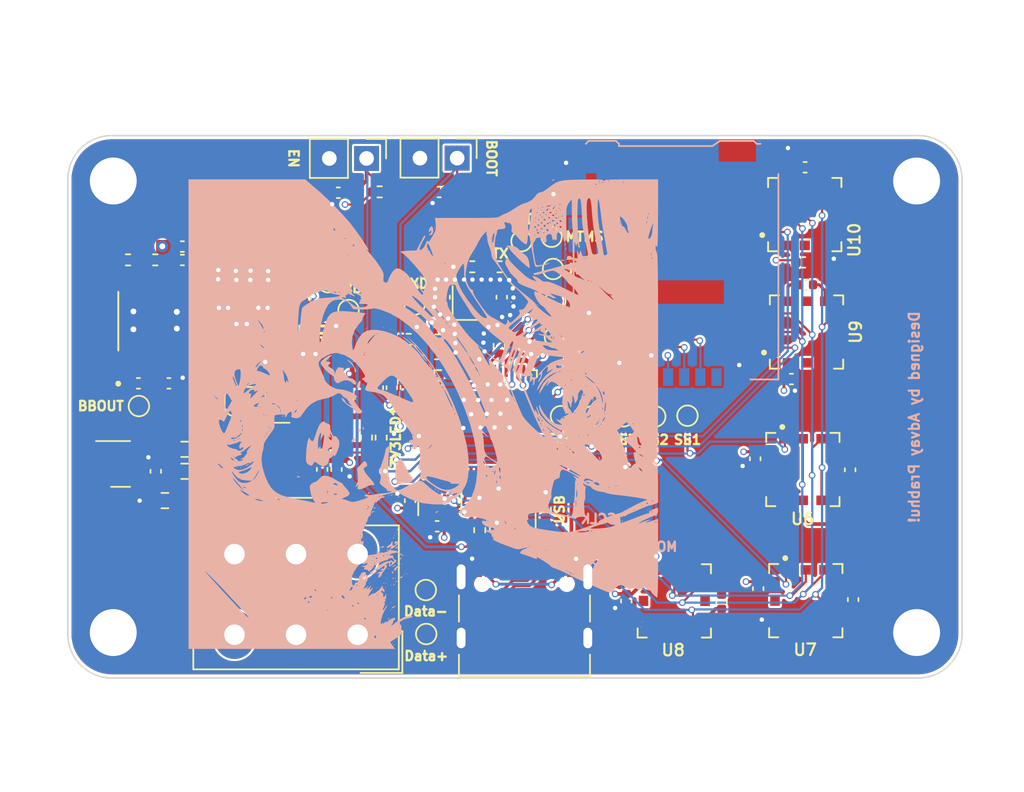
<source format=kicad_pcb>
(kicad_pcb (version 20221018) (generator pcbnew)
  (layers (0 "F.Cu" signal) (1 "In1.Cu" power) (2 "In2.Cu" power) (31 "B.Cu" signal) (34 "B.Paste" user) (35 "F.Paste" user) (36 "B.SilkS" user "B.Silkscreen") (37 "F.SilkS" user "F.Silkscreen") (38 "B.Mask" user) (39 "F.Mask" user) (44 "Edge.Cuts" user))
  (net 0 "")
  (net 1 "GND")
  (net 2 "VBUS")
  (net 3 "RBUS_uC_V")
  (net 4 "Net-(3V3LED1-A)")
  (net 5 "/Power/BBIN")
  (net 6 "/Power/BIAS")
  (net 7 "/Power/BBOUT")
  (net 8 "/Power/LX1")
  (net 9 "/Power/LX2")
  (net 10 "/Power/SEL")
  (net 11 "/Power/FBIn")
  (net 12 "/BOOT")
  (net 13 "/CHIP_PU")
  (net 14 "Net-(C6-Pad1)")
  (net 15 "Net-(C12-Pad1)")
  (net 16 "Net-(U1-LNA_IN{slash}RF)")
  (net 17 "Net-(U1-XTAL_N)")
  (net 18 "Net-(C14-Pad1)")
  (net 19 "Net-(JP1-B)")
  (net 20 "+3.3V")
  (net 21 "Net-(U6-VO+)")
  (net 22 "Net-(U6-VO-)")
  (net 23 "Net-(U7-VO+)")
  (net 24 "Net-(U7-VO-)")
  (net 25 "Net-(U8-VO+)")
  (net 26 "Net-(U8-VO-)")
  (net 27 "Net-(U10-VO+)")
  (net 28 "Net-(U10-VO-)")
  (net 29 "Net-(U9-VO+)")
  (net 30 "Net-(U9-VO-)")
  (net 31 "/CAN-")
  (net 32 "/CAN+")
  (net 33 "/Data-")
  (net 34 "/Data+")
  (net 35 "+12V")
  (net 36 "Net-(J2-CC1)")
  (net 38 "Net-(J2-CC2)")
  (net 41 "/SD1_CS")
  (net 42 "/VSPI_MOSI")
  (net 43 "/VSPI_SCLK")
  (net 44 "/VSPI_MISO")
  (net 46 "/SD1_DET")
  (net 47 "/CAN-BUS/Vref")
  (net 48 "Net-(U1-XTAL_P)")
  (net 49 "Net-(TXLED1-A)")
  (net 50 "/TXD")
  (net 51 "Net-(U1-U0TXD{slash}PROG{slash}GPIO43)")
  (net 52 "Net-(U2-Rs)")
  (net 53 "Net-(USBLED1-A)")
  (net 54 "Net-(U3-ST)")
  (net 55 "/SS1")
  (net 56 "/RXD")
  (net 57 "/SS2")
  (net 58 "/SS3")
  (net 59 "/SS4")
  (net 60 "/SS5")
  (net 61 "/SCLK")
  (net 62 "/MOSI")
  (net 63 "/MISO")
  (net 64 "/JTAG_MTCK")
  (net 65 "/JTAG_MTDO")
  (net 66 "/JTAG_MTDI")
  (net 67 "/JTAG_MTMS")
  (net 68 "/CAN_TX")
  (net 69 "/CAN_RX")
  (net 71 "/BARO_CS")
  (net 93 "/RES")
  (footprint "Resistor_SMD:R_0402_1005Metric" (layer "F.Cu") (at 77.575 46.545 -90)
    (fp_text reference "R12" hide)
    (fp_text value "5.1k")
  )
  (footprint "PressureSensor:XDCR_MPRLS0025PA00001A" (layer "F.Cu") (at 86.37 50.83)
    (fp_text reference "U8")
    (fp_text value "MPRLS0025PA00001A")
  )
  (footprint "TestPoint:TestPoint_Pad_D1.0mm" (layer "F.Cu") (at 68.65 30.615)
    (fp_text reference "TP10" hide)
    (fp_text value "TestPoint")
  )
  (footprint "Resistor_SMD:R_0402_1005Metric" (layer "F.Cu") (at 74.425 33.44 -90)
    (fp_text reference "R6" hide)
    (fp_text value "499")
  )
  (footprint "Resistor_SMD:R_0402_1005Metric" (layer "F.Cu") (at 49.107715 27.569 180)
    (fp_text reference "R17" hide)
    (fp_text value "10k")
  )
  (footprint "iclr:XDCR_DPS310" (layer "F.Cu") (at 70.375 43.99 90)
    (fp_text reference "U11" hide)
    (fp_text value "DPS310")
  )
  (footprint "Resistor_SMD:R_0402_1005Metric" (layer "F.Cu") (at 74.45 28.04 180)
    (fp_text reference "TXLED1" hide)
    (fp_text value "TX_LED")
  )
  (footprint "Capacitor_SMD:C_0402_1005Metric" (layer "F.Cu") (at 70.195 45.74 180)
    (fp_text reference "C36" hide)
    (fp_text value "100nF")
  )
  (footprint "TestPoint:TestPoint_Pad_D1.0mm" (layer "F.Cu") (at 62.75 29.089 180)
    (fp_text reference "TP4" hide)
    (fp_text value "TestPoint")
  )
  (footprint "Resistor_SMD:R_0402_1005Metric" (layer "F.Cu") (at 67.175 38.24)
    (fp_text reference "R3" hide)
    (fp_text value "10K")
  )
  (footprint "Resistor_SMD:R_0402_1005Metric" (layer "F.Cu") (at 72.59 28.04)
    (fp_text reference "R2" hide)
    (fp_text value "470")
  )
  (footprint "iclr:QFN40P700X700X90-57N" (layer "F.Cu") (at 73.5 38.59)
    (fp_text reference "U1" hide)
    (fp_text value "ESP32-S3")
  )
  (footprint "Capacitor_SMD:C_0402_1005Metric" (layer "F.Cu") (at 70.7 30.115 90)
    (fp_text reference "C14" hide)
    (fp_text value "C")
  )
  (footprint "Capacitor_SMD:C_0402_1005Metric" (layer "F.Cu") (at 67.1 36.29 -90)
    (fp_text reference "C6" hide)
    (fp_text value "0.1uF")
  )
  (footprint "Capacitor_SMD:C_0402_1005Metric" (layer "F.Cu") (at 62.35 41.86 -90)
    (fp_text reference "C15" hide)
    (fp_text value "100nF")
  )
  (footprint "TestPoint:TestPoint_Pad_D1.0mm" (layer "F.Cu") (at 87.27 38.2)
    (fp_text reference "TP3" hide)
    (fp_text value "TestPoint")
  )
  (footprint "PressureSensor:XDCR_MPRLS0025PA00001A" (layer "F.Cu") (at 95.39 32.49 90)
    (fp_text reference "U9")
    (fp_text value "MPRLS0025PA00001A")
  )
  (footprint "Capacitor_SMD:C_0402_1005Metric" (layer "F.Cu") (at 74.6 30.115 -90)
    (fp_text reference "C13" hide)
    (fp_text value "C")
  )
  (footprint "Capacitor_SMD:C_0402_1005Metric" (layer "F.Cu") (at 63.325 41.865 -90)
    (fp_text reference "C16" hide)
    (fp_text value "10uF")
  )
  (footprint "Resistor_SMD:R_0402_1005Metric" (layer "F.Cu") (at 66.27 22.93)
    (fp_text reference "R1" hide)
    (fp_text value "10K")
  )
  (footprint "Capacitor_SMD:C_0402_1005Metric" (layer "F.Cu") (at 68.35 43.995 90)
    (fp_text reference "C37" hide)
    (fp_text value "100nF")
  )
  (footprint "Connector_PinHeader_2.54mm:PinHeader_1x02_P2.54mm_Vertical" (layer "F.Cu") (at 65.38 20.65 -90)
    (fp_text reference "EN" hide)
    (fp_text value "Conn_01x02_Male")
  )
  (footprint "Capacitor_SMD:C_0402_1005Metric" (layer "F.Cu") (at 51 41.99 90)
    (fp_text reference "C17" hide)
    (fp_text value "47nF")
  )
  (footprint "MountingHole:MountingHole_3.2mm_M3_DIN965_Pad" (layer "F.Cu") (at 102.9 52.99)
    (fp_text reference "H1" hide)
    (fp_text value "MountingHole_Pad")
  )
  (footprint "Crystal:Crystal_SMD_2016-4Pin_2.0x1.6mm" (layer "F.Cu") (at 72.6 30.515)
    (fp_text reference "Y1" hide)
    (fp_text value "40MHz±10ppm")
  )
  (footprint "Capacitor_SMD:C_0402_1005Metric" (layer "F.Cu") (at 95.295 21.255)
    (fp_text reference "C34" hide)
    (fp_text value "1n")
  )
  (footprint "Capacitor_SMD:C_0402_1005Metric" (layer "F.Cu") (at 94.36 35.7)
    (fp_text reference "C29" hide)
    (fp_text value "0.1u")
  )
  (footprint "Capacitor_SMD:C_0402_1005Metric" (layer "F.Cu") (at 51.895 35.99)
    (fp_text reference "C25" hide)
    (fp_text value "4.7uF")
  )
  (footprint "iclr:SOTFL50P160X60-8N" (layer "F.Cu") (at 61.875 32.327 90)
    (fp_text reference "U3" hide)
    (fp_text value "LM66200DRLR" hide)
  )
  (footprint "Capacitor_SMD:C_0402_1005Metric" (layer "F.Cu") (at 92.095 49.995 -90)
    (fp_text reference "C19" hide)
    (fp_text value "0.1u")
  )
  (footprint "Inductor_SMD:L_0402_1005Metric" (layer "F.Cu") (at 67.6 34.89)
    (fp_text reference "L1" hide)
    (fp_text value "2.0nH")
  )
  (footprint "TestPoint:TestPoint_Pad_D1.0mm" (layer "F.Cu") (at 85.07 38.25)
    (fp_text reference "TP11" hide)
    (fp_text value "TestPoint")
  )
  (footprint "TestPoint:TestPoint_Pad_D1.0mm" (layer "F.Cu") (at 75.95 26.29)
    (fp_text reference "TP9" hide)
    (fp_text value "TestPoint")
  )
  (footprint "Package_TO_SOT_SMD:SOT-143" (layer "F.Cu") (at 75.35 45.32 -90)
    (fp_text reference "D2" hide)
    (fp_text value "SP0503BAHT")
  )
  (footprint "Resistor_SMD:R_0603_1608Metric" (layer "F.Cu") (at 52.975 40.49)
    (fp_text reference "R10" hide)
    (fp_text value "60")
  )
  (footprint "Capacitor_SMD:C_0402_1005Metric" (layer "F.Cu") (at 89.6 50.89 -90)
    (fp_text reference "C33" hide)
    (fp_text value "1n")
  )
  (footprint "Capacitor_SMD:C_0402_1005Metric" (layer "F.Cu") (at 52.815 26.659 180)
    (fp_text reference "C27" hide)
    (fp_text value "0.1uF")
  )
  (footprint "Capacitor_SMD:C_0402_1005Metric" (layer "F.Cu") (at 95.3525 29.265)
    (fp_text reference "C35" hide)
    (fp_text value "1n")
  )
  (footprint "Capacitor_SMD:C_0402_1005Metric" (layer "F.Cu") (at 68.05 36.27 90)
    (fp_text reference "C2" hide)
    (fp_text value "1uF")
  )
  (footprint "PressureSensor:XDCR_MPRLS0025PA00001A" (layer "F.Cu") (at 95.14 41.87)
    (fp_text reference "U6")
    (fp_text value "MPRLS0025PA00001A")
  )
  (footprint "Capacitor_SMD:C_0402_1005Metric" (layer "F.Cu") (at 75.425 33.44 90)
    (fp_text reference "C10" hide)
    (fp_text value "0.1uF")
  )
  (footprint "TestPoint:TestPoint_Pad_D1.0mm" (layer "F.Cu") (at 78.1 28.19)
    (fp_text reference "TP20" hide)
    (fp_text value "TestPoint")
  )
  (footprint "Capacitor_SMD:C_0603_1608Metric" (layer "F.Cu") (at 54.44 31.169 90)
    (fp_text reference "C23" hide)
    (fp_text value "22uF")
  )
  (footprint "Connector_USB:USB_C_Receptacle_Palconn_UTC16-G" (layer "F.Cu") (at 76.15 51.12)
    (fp_text reference "J2" hide)
    (fp_text value "USB_C_Receptacle_USB2.0")
  )
  (footprint "MountingHole:MountingHole_3.2mm_M3_DIN965_Pad" (layer "F.Cu") (at 48.1 52.99)
    (fp_text reference "H2" hide)
    (fp_text value "MountingHole_Pad")
  )
  (footprint "Resistor_SMD:R_0402_1005Metric" (layer "F.Cu") (at 65.375 39.69 -90)
    (fp_text reference "R4" hide)
    (fp_text value "470")
  )
  (footprint "Capacitor_SMD:C_0402_1005Metric" (layer "F.Cu") (at 65.2 36.29 -90)
    (fp_text reference "C1" hide)
    (fp_text value "10uF")
  )
  (footprint "MountingHole:MountingHole_3.2mm_M3_DIN965_Pad" (layer "F.Cu") (at 48.1 22.19)
    (fp_text reference "H3" hide)
    (fp_text value "MountingHole_Pad")
  )
  (footprint "Capacitor_SMD:C_0402_1005Metric" (layer "F.Cu") (at 63.45 22.99 180)
    (fp_text reference "C3" hide)
    (fp_text value "0.1uF")
  )
  (footprint "TestPoint:TestPoint_Pad_D1.0mm" (layer "F.Cu") (at 78.64 38.23)
    (fp_text reference "TP14" hide)
    (fp_text value "TestPoint")
  )
  (footprint "Connector_PinHeader_2.54mm:PinHeader_1x02_P2.54mm_Vertical" (layer "F.Cu") (at 71.56 20.63 -90)
    (fp_text reference "BOOT" hide)
    (fp_text value "Conn_01x02_Male")
  )
  (footprint "Resistor_SMD:R_0402_1005Metric" (layer "F.Cu") (at 61.2 30.09 -90)
    (fp_text reference "R14" hide)
    (fp_text value "10k")
  )
  (footprint "Package_TO_SOT_SMD:SOT-23" (layer "F.Cu") (at 48.6 41.49)
    (fp_text reference "D1" hide)
    (fp_text value "SM712_SOT23")
  )
  (footprint "Jumper:SolderJumper-2_P1.3mm_Open_RoundedPad1.0x1.5mm" (layer "F.Cu") (at 57.1 37.24)
    (fp_text reference "JP1" hide)
    (fp_text value "TermJP")
  )
  (footprint "Capacitor_SMD:C_0402_1005Metric" (layer "F.Cu") (at 60.155 33.759 -90)
    (fp_text reference "C20" hide)
    (fp_text value "10uF")
  )
  (footprint "Capacitor_SMD:C_0402_1005Metric" (layer "F.Cu") (at 70.15 33.99 180)
    (fp_text reference "C9" hide)
    (fp_text value "10nF")
  )
  (footprint "PressureSensor:XDCR_MPRLS0025PA00001A" (layer "F.Cu") (at 95.34 50.815)
    (fp_text reference "U7")
    (fp_text value "MPRLS0025PA00001A")
  )
  (footprint "TestPoint:TestPoint_Pad_D1.0mm" (layer "F.Cu") (at 69.42 50.09)
    (fp_text reference "TP1" hide)
    (fp_text value "TestPoint")
  )
  (footprint "Capacitor_SMD:C_0402_1005Metric" (layer "F.Cu") (at 73.54 43.17)
    (fp_text reference "C11" hide)
    (fp_text value "0.1uF")
  )
  (footprint "TestPoint:TestPoint_Pad_D1.0mm" (layer "F.Cu") (at 69.45 53.09 180)
    (fp_text reference "TP2" hide)
    (fp_text value "TestPoint")
  )
  (footprint "Capacitor_SMD:C_0402_1005Metric" (layer "F.Cu") (at 66.15 36.29 -90)
    (fp_text reference "C5" hide)
    (fp_text value "0.1uF")
  )
  (footprint "Resistor_SMD:R_0402_1005Metric" (layer "F.Cu") (at 50.967715 27.569 180)
    (fp_text reference "R16" hide)
    (fp_text value "56k")
  )
  (footprint "Resistor_SMD:R_0402_1005Metric" (layer "F.Cu") (at 57.155 34.619)
    (fp_text reference "R15" hide)
    (fp_text value "14k")
  )
  (footprint "MountingHole:MountingHole_3.2mm_M3_DIN965_Pad" (layer "F.Cu") (at 102.9 22.19)
    (fp_text reference "H4" hide)
    (fp_text value "MountingHole_Pad")
  )
  (footprint "Connector_Molex:Molex_Mini-Fit_Jr_5566-06A_2x03_P4.20mm_Vertical" (layer "F.Cu") (at 64.77 53.14 180)
    (fp_text reference "J1" hide)
    (fp_text value "RBUS")
  )
  (footprint "Capacitor_SMD:C_0402_1005Metric" (layer "F.Cu") (at 49.815492 35.99 180)
    (fp_text reference "C24" hide)
    (fp_text value "10uF")
  )
  (footprint "Resistor_SMD:R_0402_1005Metric" (layer "F.Cu") (at 73.1 46.005 90)
    (fp_text reference "R11" hide)
    (fp_text value "5.1k")
  )
  (footprint "Resistor_SMD:R_0402_1005Metric" (layer "F.Cu") (at 66.375 39.69 90)
    (fp_text reference "3V3LED1")
    (fp_text value "3V3LED")
  )
  (footprint "Resistor_SMD:R_0603_1608Metric" (layer "F.Cu") (at 52.975 41.99 180)
    (fp_text reference "R9" hide)
    (fp_text value "60")
  )
  (footprint "TestPoint:TestPoint_Pad_D1.0mm" (layer "F.Cu") (at 78.25 30.39 180)
    (fp_text reference "TP19" hide)
    (fp_text value "TestPoint")
  )
  (footprint "TestPoint:TestPoint_Pad_D1.0mm" (layer "F.Cu") (at 54.7 25.89 180)
    (fp_text reference "TP6" hide)
    (fp_text value "TestPoint")
  )
  (footprint "TestPoint:TestPoint_Pad_D1.0mm" (layer "F.Cu") (at 80.78 38.24)
    (fp_text reference "TP13" hide)
    (fp_text value "TestPoint")
  )
  (footprint "iclr:SOIC127P599X175-9N" (layer "F.Cu") (at 50.945492 31.750186 90)
    (fp_text reference "U5" hide)
    (fp_text value "SC4215")
  )
  (footprint "Resistor_SMD:R_0402_1005Metric" (layer "F.Cu") (at 77.575 44.615 -90)
    (fp_text reference "USBLED1" hide)
    (fp_text value "USB_LED")
  )
  (footprint "Capacitor_SMD:C_0402_1005Metric" (layer "F.Cu") (at 52.815 27.579 180)
    (fp_text reference "C26" hide)
    (fp_text value "10uF")
  )
  (footprint "TestPoint:TestPoint_Pad_D1.0mm" (layer "F.Cu") (at 49.85 37.54 180)
    (fp_text reference "TP8" hide)
    (fp_text value "TestPoint")
  )
  (footprint "Capacitor_SMD:C_0402_1005Metric" (layer "F.Cu") (at 83.1 50.835 -90)
    (fp_text reference "C28" hide)
    (fp_text value "0.1u")
  )
  (footprint "Capacitor_SMD:C_0402_1005Metric" (layer "F.Cu") (at 68.275 33.94)
    (fp_text reference "C12" hide)
    (fp_text value "4.2pF")
  )
  (footprint "iclr:CONV_MAX77827AEFD+T" (layer "F.Cu") (at 56.972074 32.349 90)
    (fp_text reference "U4" hide)
    (fp_text value "MAX77827AEFD+T")
  )
  (footprint "Capacitor_SMD:C_0402_1005Metric" (layer "F.Cu") (at 65.72 34.89)
    (fp_text reference "C4" hide)
    (fp_text value "1uF")
  )
  (footprint "PressureSensor:XDCR_MPRLS0025PA00001A" (layer "F.Cu") (at 95.27 24.48 90)
    (fp_text reference "U10")
    (fp_text value "MPRLS0025PA00001A")
  )
  (footprint "TestPoint:TestPoint_Pad_D1.0mm" (layer "F.Cu") (at 60.093 27.932)
    (fp_text reference "TP7" hide)
    (fp_text value "TestPoint")
  )
  (footprint "Package_SO:SOIC-8_3.9x4.9mm_P1.27mm" (layer "F.Cu") (at 58.175 41.24 180)
    (fp_text reference "U2" hide)
    (fp_text value "SN65HVD230")
  )
  (footprint "Capacitor_SMD:C_0402_1005Metric" (layer "F.Cu") (at 98.365 41.8875 -90)
    (fp_text reference "C31" hide)
    (fp_text value "1n")
  )
  (footprint "Inductor_SMD:L_0402_1005Metric" (layer "F.Cu") (at 72.2 32.865 90)
    (fp_text reference "L2" hide)
    (fp_text value "20nH")
  )
  (footprint "Resistor_SMD:R_0603_1608Metric" (layer "F.Cu") (at 51.625 43.99 180)
    (fp_text reference "R8" hide)
    (fp_text value "0")
  )
  (footprint "Capacitor_SMD:C_0402_1005Metric" (layer "F.Cu") (at 91.89 41.1375 -90)
    (fp_text reference "C18" hide)
    (fp_text value "0.1u")
  )
  (footprint "Resistor_SMD:R_0402_1005Metric" (layer "F.Cu") (at 78.575 46.535 90)
    (fp_text reference "R13" hide)
    (fp_text value "470")
  )
  (footprint "Capacitor_SMD:C_0402_1005Metric" (layer "F.Cu") (at 95.2 27.74)
    (fp_text reference "C30" hide)
    (fp_text value "0.1u")
  )
  (footprint "Capacitor_SMD:C_0603_1608Metric" (layer "F.Cu") (at 59.510623 30.981144 90)
    (fp_text reference "C21" hide)
    (fp_text value "10uF")
  )
  (footprint "Capacitor_SMD:C_0402_1005Metric" (layer "F.Cu") (at 98.57 50.74 -90)
    (fp_text reference "C32" hide)
    (fp_text value "1n")
  )
  (footprint "Capacitor_SMD:C_0402_1005Metric" (layer "F.Cu") (at 70.33 22.94 180)
    (fp_text reference "C8" hide)
    (fp_text value "0.1uF")
  )
  (footprint "Capacitor_SMD:C_0402_1005Metric" (layer "F.Cu") (at 59.235 33.759 -90)
    (fp_text reference "C22" hide)
    (fp_text value "1uF")
  )
  (footprint "Inductor_SMD:L_0805_2012Metric" (layer "F.Cu") (at 56.967434 28.601039 180)
    (fp_text reference "L3" hide)
    (fp_text value "1uH")
  )
  (footprint "Capacitor_SMD:C_0402_1005Metric" (layer "F.Cu") (at 70.175 33.015 180)
    (fp_text reference "C7" hide)
    (fp_text value "1uF")
  )
  (footprint "TestPoint:TestPoint_Pad_D1.0mm" (layer "F.Cu") (at 78.23 32.83 180)
    (fp_text reference "TP18" hide)
    (fp_text value "TestPoint")
  )
  (footprint "TestPoint:TestPoint_Pad_D1.0mm" (layer "F.Cu") (at 78 25.99)
    (fp_text reference "TP21" hide)
    (fp_text value "TestPoint")
  )
  (footprint "TestPoint:TestPoint_Pad_D1.0mm" (layer "F.Cu") (at 82.91 38.24)
    (fp_text reference "TP12" hide)
    (fp_text value "TestPoint")
  )
  (footprint "Resistor_SMD:R_0402_1005Metric" (layer "F.Cu") (at 68.25 32.99 180)
    (fp_text reference "R5" hide)
    (fp_text value "47.5")
  )
  (footprint "TestPoint:TestPoint_Pad_D1.0mm" (layer "F.Cu") (at 64.15 30.99)
    (fp_text reference "TP5" hide)
    (fp_text value "TestPoint")
  )
  (footprint "TestPoint:TestPoint_Pad_D1.0mm" (layer "B.Cu") (at 81.2 46.69)
    (fp_text reference "TP15" hide)
    (fp_text value "TestPoint")
  )
  (footprint "Connector_Card:microSD_HC_Hirose_DM3AT-SF-PEJM5" (layer "B.Cu") (at 86.475 27.84)
    (fp_text reference "J3" hide)
    (fp_text value "Micro_SD_Card_Det")
  )
  (footprint "TestPoint:TestPoint_Pad_D1.0mm" (layer "B.Cu") (at 81.6 48.74)
    (fp_text reference "TP17" hide)
    (fp_text value "TestPoint")
  )
  (footprint "TestPoint:TestPoint_Pad_D1.0mm" (layer "B.Cu") (at 83.2 47.14 90)
    (fp_text reference "TP16" hide)
    (fp_text value "TestPoint")
  )
  (footprint "Resistor_SMD:R_0402_1005Metric" (layer "B.Cu") (at 78.13 24.44 -90)
    (fp_text reference "R18" hide)
    (fp_text value "10k")
  )
  (footprint "iclr:PETE_LOGO" (layer "B.Cu") (at 69.25 38.09 -90)
    (fp_text reference "G***")
    (fp_text value "LOGO" hide)
  )
  (gr_arc (start 103 19.09) (mid 105.12132 19.96868) (end 106 22.09) (stroke (width 0.1)) (layer "Edge.Cuts"))
  (gr_arc (start 106 53.09) (mid 105.12132 55.21132) (end 103 56.09) (stroke (width 0.1)) (layer "Edge.Cuts"))
  (gr_line (start 106 53.09) (end 106 22.09) (stroke (width 0.1)) (layer "Edge.Cuts"))
  (gr_line (start 45 22.09) (end 45 53.09) (stroke (width 0.1)) (layer "Edge.Cuts"))
  (gr_line (start 48 56.09) (end 103 56.09) (stroke (width 0.1)) (layer "Edge.Cuts"))
  (gr_arc (start 45 22.09) (mid 45.87868 19.96868) (end 48 19.09) (stroke (width 0.1)) (layer "Edge.Cuts"))
  (gr_line (start 103 19.09) (end 48 19.09) (stroke (width 0.1)) (layer "Edge.Cuts"))
  (gr_arc (start 48 56.09) (mid 45.87868 55.21132) (end 45 53.09) (stroke (width 0.1)) (layer "Edge.Cuts"))
  (gr_text "Designed by Advay Prabhu!" (at 103.15 30.99 90) (layer "B.SilkS") (effects (font (size 0.7 0.7) (thickness 0.15) bold) (justify left bottom mirror)))
  (segment (start 77.36 44.32) (end 77.575 44.105) (width 0.15) (layer "F.Cu") (net 1))
  (segment (start 69.695 33.965) (end 69.67 33.99) (width 0.15) (layer "F.Cu") (net 1))
  (segment (start 62.97 22.99) (end 63 22.96) (width 0.25) (layer "F.Cu") (net 1))
  (segment (start 74.39 43.17) (end 74.02 43.17) (width 0.15) (layer "F.Cu") (net 1))
  (segment (start 56.974295 31.24961) (end 56.974295 30.117835) (width 0.36) (layer "F.Cu") (net 1))
  (segment (start 66.54 40.2) (end 66.375 40.2) (width 0.1) (layer "F.Cu") (net 1))
  (segment (start 77.57 44.1) (end 77.575 44.105) (width 0.15) (layer "F.Cu") (net 1))
  (segment (start 95.725 27.68) (end 95.68 27.725) (width 0.15) (layer "F.Cu") (net 1))
  (segment (start 54.444 29.928) (end 54.427 29.945) (width 1) (layer "F.Cu") (net 1))
  (segment (start 59.562463 29.928) (end 54.444 29.928) (width 1) (layer "F.Cu") (net 1))
  (segment (start 96.515 34.59) (end 96.66 34.59) (width 0.15) (layer "F.Cu") (net 1))
  (segment (start 63 22.96) (end 63 20.81) (width 0.25) (layer "F.Cu") (net 1))
  (segment (start 69.72 45.745) (end 69.715 45.74) (width 0.15) (layer "F.Cu") (net 1))
  (segment (start 69.02 22.11) (end 69.02 20.63) (width 0.15) (layer "F.Cu") (net 1))
  (segment (start 56.972074 30.117225) (end 56.980299 30.109) (width 0.25) (layer "F.Cu") (net 1))
  (segment (start 67.1 36.77) (end 67.025 36.845) (width 0.15) (layer "F.Cu") (net 1))
  (segment (start 69.85 22.94) (end 69.02 22.11) (width 0.15) (layer "F.Cu") (net 1))
  (segment (start 76.1 44.32) (end 76.1 44.56) (width 0.15) (layer "F.Cu") (net 1))
  (segment (start 68.345 43.51) (end 68.35 43.515) (width 0.15) (layer "F.Cu") (net 1))
  (segment (start 63 20.81) (end 62.84 20.65) (width 0.25) (layer "F.Cu") (net 1))
  (segment (start 74.255 45.495) (end 74.26 45.5) (width 0.15) (layer "F.Cu") (net 1))
  (segment (start 95.68 27.725) (end 95.68 27.74) (width 0.15) (layer "F.Cu") (net 1))
  (via (at 72.6 28.915) (size 0.45) (drill 0.3) (layers "F.Cu" "B.Cu") (net 1))
  (via (at 82.33 51.315) (size 0.45) (drill 0.3) (layers "F.Cu" "B.Cu") (net 1))
  (via (at 58.463 34.53) (size 0.6) (drill 0.3) (layers "F.Cu" "B.Cu") (net 1))
  (via (at 73.425 33.815) (size 0.45) (drill 0.3) (layers "F.Cu" "B.Cu") (net 1))
  (via (at 97.25 27.49) (size 0.45) (drill 0.3) (layers "F.Cu" "B.Cu") (net 1))
  (via (at 69.72 46.49) (size 0.45) (drill 0.3) (layers "F.Cu" "B.Cu") (net 1))
  (via (at 75.35 29.515) (size 0.45) (drill 0.3) (layers "F.Cu" "B.Cu") (net 1))
  (via (at 73.375 32.59) (size 0.45) (drill 0.3) (layers "F.Cu" "B.Cu") (net 1))
  (via (at 71.425 33.24) (size 0.45) (drill 0.3) (layers "F.Cu" "B.Cu") (net 1))
  (via (at 52.835 35.609) (size 0.45) (drill 0.3) (layers "F.Cu" "B.Cu") (net 1))
  (via (at 71.98 39.04) (size 0.45) (drill 0.3) (layers "F.Cu" "B.Cu") (net 1))
  (via (at 73.85 28.915) (size 0.45) (drill 0.3) (layers "F.Cu" "B.Cu") (net 1))
  (via (at 90.8 34.74) (size 0.45) (drill 0.3) (layers "F.Cu" "B.Cu") (net 1))
  (via (at 52.435492 31.115186) (size 0.8) (drill 0.4) (layers "F.Cu" "B.Cu") (net 1))
  (via (at 94.6 36.49) (size 0.45) (drill 0.3) (layers "F.Cu" "B.Cu") (net 1))
  (via (at 92.34 52.11) (size 0.45) (drill 0.3) (layers "F.Cu" "B.Cu") (net 1))
  (via (at 75.175 31.34) (size 0.45) (drill 0.3) (layers "F.Cu" "B.Cu") (net 1))
  (via (at 70.95 31.565) (size 0.45) (drill 0.3) (layers "F.Cu" "B.Cu") (net 1))
  (via (at 71.396461 32.612145) (size 0.45) (drill 0.3) (layers "F.Cu" "B.Cu") (net 1))
  (via (at 72.58 47.95) (size 0.45) (drill 0.3) (layers "F.Cu" "B.Cu") (net 1))
  (via (at 70.05 30.115) (size 0.45) (drill 0.3) (layers "F.Cu" "B.Cu") (net 1))
  (via (at 49.475492 31.085186) (size 0.8) (drill 0.4) (layers "F.Cu" "B.Cu") (net 1))
  (via (at 91.03 41.63) (size 0.45) (drill 0.3) (layers "F.Cu" "B.Cu") (net 1))
  (via (at 64.22 42.34) (size 0.45) (drill 0.3) (layers "F.Cu" "B.Cu") (net 1))
  (via (at 73.58 38.07) (size 0.45) (drill 0.3) (layers "F.Cu" "B.Cu") (net 1))
  (via (at 75.14 39.01) (size 0.45) (drill 0.3) (layers "F.Cu" "B.Cu") (net 1))
  (via (at 70.225 28.915) (size 0.45) (drill 0.3) (layers "F.Cu" "B.Cu") (net 1))
  (via (at 73.7 32.14) (size 0.45) (drill 0.3) (layers "F.Cu" "B.Cu") (net 1))
  (via (at 67.48 43.51) (size 0.45) (drill 0.3) (layers "F.Cu" "B.Cu") (net 1))
  (via (at 72.99 37.13) (size 0.45) (drill 0.3) (layers "F.Cu" "B.Cu") (net 1))
  (via (at 75.4 30.74) (size 0.45) (drill 0.3) (layers "F.Cu" "B.Cu") (net 1))
  (via (at 67.25 39.44) (size 0.45) (drill 0.3) (layers "F.Cu" "B.Cu") (net 1))
  (via (at 71.367922 31.984291) (size 0.45) (drill 0.3) (layers "F.Cu" "B.Cu") (net 1))
  (via (at 69.88 23.69) (size 0.45) (drill 0.3) (layers "F.Cu" "B.Cu") (net 1))
  (via (at 49.475492 32.305186) (size 0.8) (drill 0.4) (layers "F.Cu" "B.Cu") (net 1))
  (via (at 72.01 37.12) (size 0.45) (drill 0.3) (layers "F.Cu" "B.Cu") (net 1))
  (via (at 70.05 29.54) (size 0.45) (drill 0.3) (layers "F.Cu" "B.Cu") (net 1))
  (via (at 75.106124 28.948278) (size 0.45) (drill 0.3) (layers "F.Cu" "B.Cu") (net 1))
  (via (at 73.35 33.215) (size 0.45) (drill 0.3) (layers "F.Cu" "B.Cu") (net 1))
  (via (at 74.51 38.06) (size 0.45) (drill 0.3) (layers "F.Cu" "B.Cu") (net 1))
  (via (at 72.51 38.1) (size 0.45) (drill 0.3) (layers "F.Cu" "B.Cu") (net 1))
  (via (at 52.435492 31.115186) (size 0.8) (drill 0.4) (layers "F.Cu" "B.Cu") (net 1))
  (via (at 74.97 37.12) (size 0.45) (drill 0.3) (layers "F.Cu" "B.Cu") (net 1))
  (via (at 71.45 33.89) (size 0.45) (drill 0.3) (layers "F.Cu" "B.Cu") (net 1))
  (via (at 73.075 34.34) (size 0.45) (drill 0.3) (layers "F.Cu" "B.Cu") (net 1))
  (via (at 68.81 32.15) (size 0.45) (drill 0.3) (layers "F.Cu" "B.Cu") (net 1))
  (via (at 70.4 31.29) (size 0.45) (drill 0.3) (layers "F.Cu" "B.Cu") (net 1))
  (via (at 71.4 28.915) (size 0.45) (drill 0.3) (layers "F.Cu" "B.Cu") (net 1))
  (via (at 78.99 20.95) (size 0.45) (drill 0.3) (layers "F.Cu" "B.Cu") (net 1))
  (via (at 74.478503 28.915) (size 0.45) (drill 0.3) (layers "F.Cu" "B.Cu") (net 1))
  (via (at 69.975 30.765) (size 0.45) (drill 0.3) (layers "F.Cu" "B.Cu") (net 1))
  (via (at 73.9 37.13) (size 0.45) (drill 0.3) (layers "F.Cu" "B.Cu") (net 1))
  (via (at 61.05 33.99) (size 0.45) (drill 0.3) (layers "F.Cu" "B.Cu") (net 1))
  (via (at 70.8 28.915) (size 0.45) (drill 0.3) (layers "F.Cu" "B.Cu") (net 1))
  (via (at 94.12 19.94) (size 0.45) (drill 0.3) (layers "F.Cu" "B.Cu") (net 1))
  (via (at 77.6 43.42) (size 0.45) (drill 0.3) (layers "F.Cu" "B.Cu") (net 1))
  (via (at 74.39 43.17) (size 0.45) (drill 0.3) (layers "F.Cu" "B.Cu") (net 1))
  (via (at 74.26 45.5) (size 0.45) (drill 0.3) (layers "F.Cu" "B.Cu") (net 1))
  (via (at 75.4 30.14) (size 0.45) (drill 0.3) (layers "F.Cu" "B.Cu") (net 1))
  (via (at 74.625 31.465) (size 0.45) (drill 0.3) (layers "F.Cu" "B.Cu") (net 1))
  (via (at 79.67 47.96) (size 0.45) (drill 0.3) (layers "F.Cu" "B.Cu") (net 1))
  (via (at 52.435492 32.255186) (size 0.8) (drill 0.4) (layers "F.Cu" "B.Cu") (net 1))
  (via (at 74.11 38.99) (size 0.45) (drill 0.3) (layers "F.Cu" "B.Cu") (net 1))
  (via (at 74.310097 32.008923) (size 0.45) (drill 0.3) (layers "F.Cu" "B.Cu") (net 1))
  (via (at 73.14 39.01) (size 0.45) (drill 0.3) (layers "F.Cu" "B.Cu") (net 1))
  (via (at 49.9 43.99) (size 0.45) (drill 0.3) (layers "F.Cu" "B.Cu") (net 1))
  (via (at 80.55 31.19) (size 0.45) (drill 0.3) (layers "F.Cu" "B.Cu") (net 1))
  (via (at 50.5 41.04) (size 0.45) (drill 0.3) (layers "F.Cu" "B.Cu") (net 1))
  (via (at 63.03 23.77) (size 0.45) (drill 0.3) (layers "F.Cu" "B.Cu") (net 1))
  (via (at 73.228503 28.915) (size 0.45) (drill 0.3) (layers "F.Cu" "B.Cu") (net 1))
  (via (at 72.028503 28.915) (size 0.45) (drill 0.3) (layers "F.Cu" "B.Cu") (net 1))
  (segment (start 72.45 46.87) (end 72.45 45.245) (width 0.2) (layer "F.Cu") (net 2))
  (segment (start 73.75 48.61) (end 73.914 48.774) (width 0.2) (layer "F.Cu") (net 2))
  (segment (start 61.75 30.04) (end 61.66 30.04) (width 0.25) (layer "F.Cu") (net 2))
  (segment (start 60.093 28.473) (end 61.2 29.58) (width 0.2) (layer "F.Cu") (net 2))
  (segment (start 60.093 27.932) (end 60.093 28.473) (width 0.2) (layer "F.Cu") (net 2))
  (segment (start 72.45 45.245) (end 73.375 44.32) (width 0.2) (layer "F.Cu") (net 2))
  (segment (start 73.914 49.404) (end 74.2 49.69) (width 0.2) (layer "F.Cu") (net 2))
  (segment (start 61.113 29.667) (end 61.037 29.667) (width 0.25) (layer "F.Cu") (net 2))
  (segment (start 73.75 48.34) (end 73.75 48.17) (width 0.2) (layer "F.Cu") (net 2))
  (segment (start 78.55 48.61) (end 78.55 49.19) (width 0.2) (layer "F.Cu") (net 2))
  (segment (start 73.75 48.69) (end 73.75 48.34) (width 0.2) (layer "F.Cu") (net 2))
  (segment (start 73.375 44.32) (end 74.4 44.32) (width 0.2) (layer "F.Cu") (net 2))
  (segment (start 78.55 49.19) (end 78 49.74) (width 0.2) (layer "F.Cu") (net 2))
  (segment (start 61.66 30.04) (end 61.2 29.58) (width 0.25) (layer "F.Cu") (net 2))
  (segment (start 73.75 48.17) (end 72.45 46.87) (width 0.2) (layer "F.Cu") (net 2))
  (segment (start 71.85 47.14) (end 72.18 47.14) (width 0.15) (layer "F.Cu") (net 2))
  (segment (start 73.914 48.774) (end 73.914 49.404) (width 0.2) (layer "F.Cu") (net 2))
  (segment (start 61.2 29.58) (end 61.113 29.667) (width 0.25) (layer "F.Cu") (net 2))
  (segment (start 78.55 47.07) (end 78.575 47.045) (width 0.2) (layer "F.Cu") (net 2))
  (segment (start 61.9 33.99) (end 62.125 33.765) (width 0.25) (layer "F.Cu") (net 2))
  (segment (start 78.55 48.61) (end 78.55 47.07) (width 0.2) (layer "F.Cu") (net 2))
  (segment (start 62.125 33.765) (end 62.125 33.165) (width 0.25) (layer "F.Cu") (net 2))
  (segment (start 72.18 47.14) (end 72.45 46.87) (width 0.15) (layer "F.Cu") (net 2))
  (via (at 71.85 47.14) (size 0.45) (drill 0.3) (layers "F.Cu" "B.Cu") (net 2))
  (via (at 61.9 33.99) (size 0.45) (drill 0.3) (layers "F.Cu" "B.Cu") (net 2))
  (via (at 78 49.74) (size 0.45) (drill 0.3) (layers "F.Cu" "B.Cu") (net 2))
  (via (at 61.75 30.04) (size 0.45) (drill 0.3) (layers "F.Cu" "B.Cu") (net 2))
  (via (at 74.2 49.69) (size 0.45) (drill 0.3) (layers "F.Cu" "B.Cu") (net 2))
  (segment (start 64.734 42.456764) (end 69.417236 47.14) (width 0.2) (layer "B.Cu") (net 2))
  (segment (start 61.9 33.99) (end 62.1 33.79) (width 0.2) (layer "B.Cu") (net 2))
  (segment (start 63.091236 31.5725) (end 63.508764 31.5725) (width 0.2) (layer "B.Cu") (net 2))
  (segment (start 77.95 49.69) (end 78 49.74) (width 0.2) (layer "B.Cu") (net 2))
  (segment (start 74.2 49.69) (end 77.95 49.69) (width 0.2) (layer "B.Cu") (net 2))
  (segment (start 61.665 33.755) (end 61.9 33.99) (width 0.25) (layer "B.Cu") (net 2))
  (segment (start 61.75 30.04) (end 61.665 30.125) (width 0.25) (layer "B.Cu") (net 2))
  (segment (start 62.1 32.563736) (end 63.091236 31.5725) (width 0.2) (layer "B.Cu") (net 2))
  (segment (start 61.665 30.125) (end 61.665 33.755) (width 0.25) (layer "B.Cu") (net 2))
  (segment (start 62.1 33.79) (end 62.1 32.563736) (width 0.2) (layer "B.Cu") (net 2))
  (segment (start 64.734 32.797736) (end 64.734 42.456764) (width 0.2) (layer "B.Cu") (net 2))
  (segment (start 69.417236 47.14) (end 71.85 47.14) (width 0.2) (layer "B.Cu") (net 2))
  (segment (start 63.508764 31.5725) (end 64.734 32.797736) (width 0.2) (layer "B.Cu") (net 2))
  (segment (start 64.15 30.99) (end 64.15 31.2265) (width 0.4) (layer "F.Cu") (net 3))
  (segment (start 56.345 53.14) (end 56.37 53.14) (width 0.15) (layer "F.Cu") (net 3))
  (segment (start 64.15 31.2265) (end 63.3 32.0765) (width 0.4) (layer "F.Cu") (net 3))
  (segment (start 63.3 32.0765) (end 62.125 32.0765) (width 0.4) (layer "F.Cu") (net 3))
  (segment (start 62.125 32.0765) (end 62.125 31.489) (width 0.4) (layer "F.Cu") (net 3))
  (via (at 63.3 32.0765) (size 0.45) (drill 0.3) (layers "F.Cu" "B.Cu") (net 3))
  (segment (start 57.799163 53.14) (end 56.37 53.14) (width 0.4) (layer "B.Cu") (net 3))
  (segment (start 62.65 48.289163) (end 57.799163 53.14) (width 0.4) (layer "B.Cu") (net 3))
  (segment (start 63.3 32.0765) (end 62.65 32.7265) (width 0.4) (layer "B.Cu") (net 3))
  (segment (start 62.65 32.7265) (end 62.65 48.289163) (width 0.4) (layer "B.Cu") (net 3))
  (segment (start 65.375 39.18) (end 66.375 39.18) (width 0.25) (layer "F.Cu") (net 4))
  (segment (start 57.472074 33.649) (end 57.472074 32.581627) (width 0.2) (layer "F.Cu") (net 5))
  (segment (start 61.625 31.18325) (end 61.625 31.489) (width 0.2) (layer "F.Cu") (net 5))
  (segment (start 57.585 32.309) (end 57.632868 32.261132) (width 0.2) (layer "F.Cu") (net 5))
  (segment (start 62.8 29.214) (end 62.8 30.00825) (width 0.2) (layer "F.Cu") (net 5))
  (segment (start 62.8 30.00825) (end 61.625 31.18325) (width 0.2) (layer "F.Cu") (net 5))
  (segment (start 61.625 33.165) (end 61.625 31.489) (width 0.25) (layer "F.Cu") (net 5))
  (arc (start 57.632868 32.261132) (mid 57.867837 32.104131) (end 58.145 32.049) (width 0.2) (layer "F.Cu") (net 5))
  (arc (start 57.472074 32.581627) (mid 57.501423 32.434082) (end 57.585 32.309) (width 0.2) (layer "F.Cu") (net 5))
  (segment (start 59.235 33.279) (end 59.235 33.185236) (width 0.25) (layer "F.Cu") (net 6))
  (segment (start 59.253118 33.167118) (end 58.676882 32.590882) (width 0.31) (layer "F.Cu") (net 6))
  (segment (start 58.676882 32.590882) (end 58.190192 32.590882) (width 0.31) (layer "F.Cu") (net 6))
  (segment (start 59.235 33.185236) (end 59.253118 33.167118) (width 0.25) (layer "F.Cu") (net 6))
  (segment (start 52.963604 37.194) (end 52.08135 37.194) (width 1.1) (layer "F.Cu") (net 7))
  (segment (start 54.44 31.944) (end 54.44 35.802457) (width 1.1) (layer "F.Cu") (net 7))
  (segment (start 50.95 36.06265) (end 50.95 33.769) (width 1.1) (layer "F.Cu") (net 7))
  (segment (start 50.310492 34.220186) (end 51.580492 34.220186) (width 0.25) (layer "F.Cu") (net 7))
  (segment (start 49.887508 37.125142) (end 50.95 36.06265) (width 0.2) (layer "F.Cu") (net 7))
  (segment (start 49.887508 37.571019) (end 49.887508 37.125142) (width 0.2) (layer "F.Cu") (net 7))
  (arc (start 52.08135 37.194) (mid 51.281365 36.862635) (end 50.95 36.06265) (width 1.1) (layer "F.Cu") (net 7))
  (arc (start 54.44 35.802457) (mid 54.338642 36.312016) (end 54.05 36.744) (width 1.1) (layer "F.Cu") (net 7))
  (arc (start 54.05 36.744) (mid 53.551558 37.077049) (end 52.963604 37.194) (width 1.1) (layer "F.Cu") (net 7))
  (via (at 58.630499 30.839203) (size 0.45) (drill 0.3) (layers "F.Cu" "B.Cu") (net 8))
  (via (at 57.45 28.94) (size 0.45) (drill 0.3) (layers "F.Cu" "B.Cu") (net 8))
  (via (at 58.002 30.837) (size 0.45) (drill 0.3) (layers "F.Cu" "B.Cu") (net 8))
  (via (at 58.667 28.94) (size 0.45) (drill 0.3) (layers "F.Cu" "B.Cu") (net 8))
  (via (at 57.469 28.306) (size 0.45) (drill 0.3) (layers "F.Cu" "B.Cu") (net 8))
  (via (at 57.209737 31.94) (size 0.45) (drill 0.3) (layers "F.Cu" "B.Cu") (net 8))
  (via (at 58.668 28.338) (size 0.45) (drill 0.3) (layers "F.Cu" "B.Cu") (net 8))
  (via (at 56.461 28.323) (size 0.45) (drill 0.3) (layers "F.Cu" "B.Cu") (net 9))
  (via (at 56.5 31.94) (size 0.45) (drill 0.3) (layers "F.Cu" "B.Cu") (net 9))
  (via (at 55.935 30.839) (size 0.45) (drill 0.3) (layers "F.Cu" "B.Cu") (net 9))
  (via (at 55.267434 28.259) (size 0.45) (drill 0.3) (layers "F.Cu" "B.Cu") (net 9))
  (via (at 55.25 28.89) (size 0.45) (drill 0.3) (layers "F.Cu" "B.Cu") (net 9))
  (via (at 56.5 28.94) (size 0.45) (drill 0.3) (layers "F.Cu" "B.Cu") (net 9))
  (via (at 55.306499 30.840296) (size 0.45) (drill 0.3) (layers "F.Cu" "B.Cu") (net 9))
  (segment (start 56.472074 33.649) (end 56.472074 34.20152) (width 0.2) (layer "F.Cu") (net 10))
  (arc (start 56.472074 34.20152) (mid 56.517016 34.427459) (end 56.645 34.619) (width 0.2) (layer "F.Cu") (net 10))
  (segment (start 50.457715 27.569) (end 49.617715 27.569) (width 0.5) (layer "F.Cu") (net 11))
  (segment (start 50.310492 27.716223) (end 50.457715 27.569) (width 0.25) (layer "F.Cu") (net 11))
  (segment (start 50.310492 29.280186) (end 50.310492 27.716223) (width 0.5) (layer "F.Cu") (net 11))
  (segment (start 67.685 38.906) (end 67.694 38.915) (width 0.2) (layer "F.Cu") (net 12))
  (segment (start 71.56 22.19) (end 71.56 20.63) (width 0.15) (layer "F.Cu") (net 12))
  (segment (start 70.055 37.59) (end 70.03 37.565) (width 0.2) (layer "F.Cu") (net 12))
  (segment (start 70.81 22.94) (end 71.56 22.19) (width 0.15) (layer "F.Cu") (net 12))
  (segment (start 70.055 37.595) (end 68.33 37.595) (width 0.2) (layer "F.Cu") (net 12))
  (segment (start 67.685 38.24) (end 67.685 38.906) (width 0.2) (layer "F.Cu") (net 12))
  (segment (start 70.055 37.59) (end 70.015 37.55) (width 0.2) (layer "F.Cu") (net 12))
  (segment (start 68.33 37.595) (end 67.685 38.24) (width 0.2) (layer "F.Cu") (net 12))
  (via (at 67.694 38.915) (size 0.45) (drill 0.3) (layers "F.Cu" "B.Cu") (net 12))
  (segment (start 67.694 25.146) (end 71.56 21.28) (width 0.15) (layer "B.Cu") (net 12))
  (segment (start 67.694 38.915) (end 67.694 25.146) (width 0.15) (layer "B.Cu") (net 12))
  (segment (start 71.56 21.28) (end 71.56 20.63) (width 0.15) (layer "B.Cu") (net 12))
  (segment (start 64.540172 22.99) (end 63.93 22.99) (width 0.25) (layer "F.Cu") (net 13))
  (segment (start 68.05 36.75) (end 67.31 37.49) (width 0.15) (layer "F.Cu") (net 13))
  (segment (start 68.49 37.19) (end 68.05 36.75) (width 0.2) (layer "F.Cu") (net 13))
  (segment (start 65.38 20.65) (end 65.38 22.150172) (width 0.25) (layer "F.Cu") (net 13))
  (segment (start 65.38 22.150172) (end 64.540172 22.99) (width 0.25) (layer "F.Cu") (net 13))
  (segment (start 66.78 22.93) (end 65.38 21.53) (width 0.15) (layer "F.Cu") (net 13))
  (segment (start 65.38 21.53) (end 65.38 20.65) (width 0.15) (layer "F.Cu") (net 13))
  (segment (start 70.055 37.19) (end 68.49 37.19) (width 0.2) (layer "F.Cu") (net 13))
  (segment (start 67.31 37.49) (end 66.95 37.49) (width 0.15) (layer "F.Cu") (net 13))
  (via (at 66.95 37.49) (size 0.45) (drill 0.3) (layers "F.Cu" "B.Cu") (net 13))
  (segment (start 65.43 20.7) (end 65.38 20.65) (width 0.15) (layer "B.Cu") (net 13))
  (segment (start 66.95 37.49) (end 65.43 35.97) (width 0.15) (layer "B.Cu") (net 13))
  (segment (start 65.43 35.97) (end 65.43 20.7) (width 0.15) (layer "B.Cu") (net 13))
  (segment (start 69.585 36.39) (end 70.055 36.39) (width 0.2) (layer "F.Cu") (net 14))
  (segment (start 67.165 35.81) (end 68.085 34.89) (width 0.2) (layer "F.Cu") (net 14))
  (segment (start 70.055 36.79) (end 70.055 36.39) (width 0.2) (layer "F.Cu") (net 14))
  (segment (start 67.1 35.81) (end 67.165 35.81) (width 0.15) (layer "F.Cu") (net 14))
  (segment (start 68.085 34.89) (end 69.585 36.39) (width 0.2) (layer "F.Cu") (net 14))
  (segment (start 67.715 32.99) (end 67.795 33.07) (width 0.2) (layer "F.Cu") (net 15))
  (segment (start 67.795 33.07) (end 67.795 33.94) (width 0.2) (layer "F.Cu") (net 15))
  (segment (start 70.055 35.99) (end 68.755 34.69) (width 0.2) (layer "F.Cu") (net 16))
  (segment (start 68.755 34.69) (end 68.755 33.94) (width 0.2) (layer "F.Cu") (net 16))
  (segment (start 72.625 30.04) (end 72.7 29.965) (width 0.15) (layer "F.Cu") (net 17))
  (segment (start 74.27 29.965) (end 74.6 29.635) (width 0.2) (layer "F.Cu") (net 17))
  (segment (start 72.85 33.74533) (end 72.85 31.915) (width 0.15) (layer "F.Cu") (net 17))
  (segment (start 72.1 35.15) (end 72.1 34.49533) (width 0.15) (layer "F.Cu") (net 17))
  (segment (start 72.85 31.915) (end 72.625 31.69) (width 0.15) (layer "F.Cu") (net 17))
  (segment (start 72.7 29.965) (end 73.3 29.965) (width 0.15) (layer "F.Cu") (net 17))
  (segment (start 72.625 31.69) (end 72.625 30.04) (width 0.15) (layer "F.Cu") (net 17))
  (segment (start 72.1 34.49533) (end 72.85 33.74533) (width 0.15) (layer "F.Cu") (net 17))
  (segment (start 73.3 29.965) (end 74.27 29.965) (width 0.2) (layer "F.Cu") (net 17))
  (segment (start 72.2 32.38) (end 71.9 32.08) (width 0.2) (layer "F.Cu") (net 18))
  (segment (start 71.17 31.065) (end 71.9 31.065) (width 0.2) (layer "F.Cu") (net 18))
  (segment (start 70.7 30.595) (end 71.17 31.065) (width 0.2) (layer "F.Cu") (net 18))
  (segment (start 71.9 32.08) (end 71.9 31.065) (width 0.2) (layer "F.Cu") (net 18))
  (segment (start 51.48 41.99) (end 52.15 41.99) (width 0.15) (layer "F.Cu") (net 19))
  (segment (start 52.15 40.49) (end 52.95 41.29) (width 0.15) (layer "F.Cu") (net 19))
  (segment (start 52.125 42.14) (end 52.125 42.115) (width 0.15) (layer "F.Cu") (net 19))
  (segment (start 51 42.47) (end 51.48 41.99) (width 0.15) (layer "F.Cu") (net 19))
  (segment (start 56.55 41.29) (end 57.75 40.09) (width 0.15) (layer "F.Cu") (net 19))
  (segment (start 57.75 40.09) (end 57.75 37.24) (width 0.15) (layer "F.Cu") (net 19))
  (segment (start 52.95 41.29) (end 56.55 41.29) (width 0.15) (layer "F.Cu") (net 19))
  (segment (start 52.125 42.115) (end 52.95 41.29) (width 0.15) (layer "F.Cu") (net 19))
  (segment (start 75.425 33.92) (end 75.405 33.94) (width 0.2) (layer "F.Cu") (net 20))
  (segment (start 75.405 33.94) (end 75.4 33.94) (width 0.2) (layer "F.Cu") (net 20))
  (segment (start 73.08 43.8) (end 73.08 43.19) (width 0.4) (layer "F.Cu") (net 20))
  (segment (start 82.335 50.355) (end 83.475 50.355) (width 0.25) (layer "F.Cu") (net 20))
  (segment (start 64.79 35.34) (end 65.24 34.89) (width 0.4) (layer "F.Cu") (net 20))
  (segment (start 94.12 35.405) (end 94.12 34.59) (width 0.2) (layer "F.Cu") (net 20))
  (segment (start 91.1 40.66) (end 91.1025 40.6575) (width 0.2) (layer "F.Cu") (net 20))
  (segment (start 64.2 38.24) (end 64.2 39.99) (width 0.4) (layer "F.Cu") (net 20))
  (segment (start 68.35 44.475) (end 68.315 44.475) (width 0.2) (layer "F.Cu") (net 20))
  (segment (start 64.2 35.34) (end 64.2 38.24) (width 0.4) (layer "F.Cu") (net 20))
  (segment (start 83.475 50.355) (end 84.27 49.56) (width 0.25) (layer "F.Cu") (net 20))
  (segment (start 64.41 40.2) (end 65.375 40.2) (width 0.4) (layer "F.Cu") (net 20))
  (segment (start 68.385 44.475) (end 69.16 44.475) (width 0.2) (layer "F.Cu") (net 20))
  (segment (start 92.9825 40.6575) (end 93.04 40.6) (width 0.2) (layer "F.Cu") (net 20))
  (segment (start 93.3 27.59) (end 94.57 27.59) (width 0.15) (layer "F.Cu") (net 20))
  (segment (start 75.495 33.99) (end 75.425 33.92) (width 0.2) (layer "F.Cu") (net 20))
  (segment (start 70.68 45.745) (end 70.68 46.51) (width 0.2) (layer "F.Cu") (net 20))
  (segment (start 91.1025 40.6575) (end 92.9825 40.6575) (width 0.2) (layer "F.Cu") (net 20))
  (segment (start 64.79 35.34) (end 64.79 35.4) (width 0.4) (layer "F.Cu") (net 20))
  (segment (start 75.4 33.94) (end 75.4 33.945) (width 0.2) (layer "F.Cu") (net 20))
  (segment (start 71.3 28.04) (end 72.08 28.04) (width 0.2) (layer "F.Cu") (net 20))
  (segment (start 67.49 44.5) (end 68.325 44.5) (width 0.2) (layer "F.Cu") (net 20))
  (segment (start 76.6 33.99) (end 75.495 33.99) (width 0.2) (layer "F.Cu") (net 20))
  (segment (start 64.9 23.79) (end 65.76 22.93) (width 0.15) (layer "F.Cu") (net 20))
  (segment (start 70.675 45.74) (end 70.68 45.745) (width 0.2) (layer "F.Cu") (net 20))
  (segment (start 64.055 41.225) (end 61.27 41.225) (width 0.4) (layer "F.Cu") (net 20))
  (segment (start 75.4 33.945) (end 74.9 34.445) (width 0.2) (layer "F.Cu") (net 20))
  (segment (start 64.2 38.24) (end 66.665 38.24) (width 0.4) (layer "F.Cu") (net 20))
  (segment (start 93.85 35.675) (end 94.12 35.405) (width 0.2) (layer "F.Cu") (net 20))
  (segment (start 69.16 44.475) (end 69.4 44.715) (width 0.2) (layer "F.Cu") (net 20))
  (segment (start 70.6 32.365) (end 70.6 34.845) (width 0.2) (layer "F.Cu") (net 20))
  (segment (start 70.68 44.735) (end 70.7 44.715) (width 0.2) (layer "F.Cu") (net 20))
  (segment (start 94.57 27.59) (end 94.72 27.74) (width 0.15) (layer "F.Cu") (net 20))
  (segment (start 68.31 44.51) (end 68.385 44.475) (width 0.2) (layer "F.Cu") (net 20))
  (segment (start 68.315 44.475) (end 68.31 44.51) (width 0.2) (layer "F.Cu") (net 20))
  (segment (start 91.26 49.52) (end 93.215 49.52) (width 0.2) (layer "F.Cu") (net 20))
  (segment (start 52.204 25.89) (end 54.7 25.89) (width 0.25) (layer "F.Cu") (net 20))
  (segment (start 72.9 43.01) (end 73.06 43.17) (width 0.2) (layer "F.Cu") (net 20))
  (segment (start 51.45 26.644) (end 52.204 25.89) (width 0.25) (layer "F.Cu") (net 20))
  (segment (start 70.6 34.845) (end 70.9 35.145) (width 0.2) (layer "F.Cu") (net 20))
  (segment (start 93.85 35.675) (end 93.8525 35.6725) (width 0.2) (layer "F.Cu") (net 20))
  (segment (start 64.2 35.34) (end 64.79 35.34) (width 0.4) (layer "F.Cu") (net 20))
  (segment (start 70.9 35.145) (end 71.3 35.145) (width 0.2) (layer "F.Cu") (net 20))
  (segment (start 93.85 36.48) (end 93.85 35.675) (width 0.2) (layer "F.Cu") (net 20))
  (segment (start 51.580492 29.280186) (end 51.580492 27.671777) (width 0.9) (layer "F.Cu") (net 20))
  (segment (start 61.27 41.225) (end 60.65 40.605) (width 0.4) (layer "F.Cu") (net 20))
  (segment (start 68.325 44.5) (end 68.35 44.475) (width 0.4) (layer "F.Cu") (net 20))
  (segment (start 94.72 27.3) (end 94 26.58) (width 0.15) (layer "F.Cu") (net 20))
  (segment (start 93.215 49.52) (end 93.24 49.545) (width 0.2) (layer "F.Cu") (net 20))
  (segment (start 91.1025 40.6575) (end 91.89 40.6575) (width 0.2) (layer "F.Cu") (net 20))
  (segment (start 64.79 35.4) (end 65.2 35.81) (width 0.4) (layer "F.Cu") (net 20))
  (segment (start 74.9 34.445) (end 74.9 35.15) (width 0.2) (layer "F.Cu") (net 20))
  (segment (start 64.23 41.4) (end 64.055 41.225) (width 0.4) (layer "F.Cu") (net 20))
  (segment (start 70.68 46.51) (end 70.68 44.735) (width 0.2) (layer "F.Cu") (net 20))
  (segment (start 64.2 39.99) (end 64.41 40.2) (width 0.4) (layer "F.Cu") (net 20))
  (segment (start 63.91 23.79) (end 64.9 23.79) (width 0.15) (layer "F.Cu") (net 20))
  (segment (start 72.9 42.04) (end 72.9 43.01) (width 0.2) (layer "F.Cu") (net 20))
  (segment (start 94.72 27.74) (end 94.72 27.3) (width 0.15) (layer "F.Cu") (net 20))
  (via (at 76.6 33.99) (size 0.45) (drill 0.3) (layers "F.Cu" "B.Cu") (net 20))
  (via (at 93.85 36.48) (size 0.45) (drill 0.3) (layers "F.Cu" "B.Cu") (net 20))
  (via (at 64.23 41.4) (size 0.45) (drill 0.3) (layers "F.Cu" "B.Cu") (net 20))
  (via (at 67.49 44.5) (size 0.45) (drill 0.3) (layers "F.Cu" "B.Cu") (net 20))
  (via (at 78.13 23.09) (size 0.45) (drill 0.3) (layers "F.Cu" "B.Cu") (net 20))
  (via (at 64.2 35.34) (size 0.45) (drill 0.3) (layers "F.Cu" "B.Cu") (net 20))
  (via (at 93.3 27.59) (size 0.45) (drill 0.3) (layers "F.Cu" "B.Cu") (net 20))
  (via (at 70.6 32.365) (size 0.45) (drill 0.3) (layers "F.Cu" "B.Cu") (net 20))
  (via (at 91.26 49.52) (size 0.45) (drill 0.3) (layers "F.Cu" "B.Cu") (net 20))
  (via (at 82.335 50.355) (size 0.45) (drill 0.3) (layers "F.Cu" "B.Cu") (net 20))
  (via (at 85.93 34.08) (size 0.45) (drill 0.3) (layers "F.Cu" "B.Cu") (net 20))
  (via (at 51.45 26.644) (size 0.8) (drill 0.4) (layers "F.Cu" "B.Cu") (net 20))
  (via (at 71.3 28.04) (size 0.45) (drill 0.3) (layers "F.Cu" "B.Cu") (net 20))
  (via (at 91.1 40.66) (size 0.45) (drill 0.3) (layers "F.Cu" "B.Cu") (net 20))
  (via (at 73.08 43.8) (size 0.45) (drill 0.3) (layers "F.Cu" "B.Cu") (net 20))
  (via (at 70.68 46.51) (size 0.45) (drill 0.3) (layers "F.Cu" "B.Cu") (net 20))
  (via (at 63.91 23.79) (size 0.45) (drill 0.3) (layers "F.Cu" "B.Cu") (net 20))
  (segment (start 85.95 34.1) (end 85.93 34.08) (width 0.15) (layer "B.Cu") (net 20))
  (segment (start 78.13 23.93) (end 78.13 23.09) (width 0.15) (layer "B.Cu") (net 20))
  (segment (start 85.95 35.565) (end 85.95 34.1) (width 0.15) (layer "B.Cu") (net 20))
  (segment (start 98.365 40.8575) (end 98.1075 40.6) (width 0.2) (layer "F.Cu") (net 21))
  (segment (start 98.1075 40.6) (end 97.24 40.6) (width 0.2) (layer "F.Cu") (net 21))
  (segment (start 98.365 41.4075) (end 98.365 40.8575) (width 0.2) (layer "F.Cu") (net 21))
  (segment (start 98.2325 43.14) (end 98.365 43.0075) (width 0.2) (layer "F.Cu") (net 22))
  (segment (start 98.365 43.0075) (end 98.365 42.3675) (width 0.2) (layer "F.Cu") (net 22))
  (segment (start 97.24 43.14) (end 98.2325 43.14) (width 0.2) (layer "F.Cu") (net 22))
  (segment (start 98.57 49.765) (end 98.35 49.545) (width 0.2) (layer "F.Cu") (net 23))
  (segment (start 98.57 50.26) (end 98.57 49.765) (width 0.2) (layer "F.Cu") (net 23))
  (segment (start 98.35 49.545) (end 97.44 49.545) (width 0.2) (layer "F.Cu") (net 23))
  (segment (start 98.325 52.085) (end 98.57 51.84) (width 0.2) (layer "F.Cu") (net 24))
  (segment (start 98.57 51.84) (end 98.57 51.22) (width 0.2) (layer "F.Cu") (net 24))
  (segment (start 97.44 52.085) (end 98.325 52.085) (width 0.2) (layer "F.Cu") (net 24))
  (segment (start 88.75 49.56) (end 89.6 50.41) (width 0.25) (layer "F.Cu") (net 25))
  (segment (start 88.47 49.56) (end 88.75 49.56) (width 0.25) (layer "F.Cu") (net 25))
  (segment (start 89.2 51.37) (end 88.47 52.1) (width 0.25) (layer "F.Cu") (net 26))
  (segment (start 89.6 51.37) (end 89.2 51.37) (width 0.25) (layer "F.Cu") (net 26))
  (segment (start 94 22.07) (end 94 22.38) (width 0.2) (layer "F.Cu") (net 27))
  (segment (start 94.815 21.255) (end 94 22.07) (width 0.2) (layer "F.Cu") (net 27))
  (segment (start 95.775 21.255) (end 96.54 22.02) (width 0.2) (layer "F.Cu") (net 28))
  (segment (start 96.54 22.02) (end 96.54 22.38) (width 0.2) (layer "F.Cu") (net 28))
  (segment (start 94.12 29.4225) (end 94.12 30.39) (width 0.2) (layer "F.Cu") (net 29))
  (segment (start 94.8725 29.265) (end 94.2775 29.265) (width 0.2) (layer "F.Cu") (net 29))
  (segment (start 94.2775 29.265) (end 94.12 29.4225) (width 0.2) (layer "F.Cu") (net 29))
  (segment (start 95.8325 29.265) (end 96.2525 29.265) (width 0.2) (layer "F.Cu") (net 30))
  (segment (start 96.66 29.6725) (end 96.66 30.39) (width 0.2) (layer "F.Cu") (net 30))
  (segment (start 96.2525 29.265) (end 96.66 29.6725) (width 0.2) (layer "F.Cu") (net 30))
  (segment (start 55.585 40.49) (end 55.7 40.605) (width 0.15) (layer "F.Cu") (net 31))
  (segment (start 48.1 45.94) (end 53.315026 45.94) (width 0.2) (layer "F.Cu") (net 31))
  (segment (start 53.8 40.49) (end 55.585 40.49) (width 0.15) (layer "F.Cu") (net 31))
  (segment (start 55.015026 47.64) (end 56.37 47.64) (width 0.2) (layer "F.Cu") (net 31))
  (segment (start 46.6 44.44) (end 48.1 45.94) (width 0.2) (layer "F.Cu") (net 31))
  (segment (start 53.8 40.49) (end 53.1 39.79) (width 0.15) (layer "F.Cu") (net 31))
  (segment (start 48.4125 39.79) (end 47.6625 40.54) (width 0.15) (layer "F.Cu") (net 31))
  (segment (start 46.6 41.79) (end 46.6 44.44) (width 0.2) (layer "F.Cu") (net 31))
  (segment (start 53.1 39.79) (end 48.4125 39.79) (width 0.15) (layer "F.Cu") (net 31))
  (segment (start 53.315026 45.94) (end 55.015026 47.64) (width 0.2) (layer "F.Cu") (net 31))
  (segment (start 47.6625 40.7275) (end 46.6 41.79) (width 0.2) (layer "F.Cu") (net 31))
  (segment (start 47.6625 40.54) (end 47.6625 40.7275) (width 0.2) (layer "F.Cu") (net 31))
  (segment (start 52.815 42.975) (end 48.1975 42.975) (width 0.15) (layer "F.Cu") (net 32))
  (segment (start 47.1 44.445026) (end 47.1 43.0025) (width 0.2) (layer "F.Cu") (net 32))
  (segment (start 48.244974 45.59) (end 47.1 44.445026) (width 0.2) (layer "F.Cu") (net 32))
  (segment (start 47.1 43.0025) (end 47.6625 42.44) (width 0.2) (layer "F.Cu") (net 32))
  (segment (start 60.5 47.64) (end 58.45 45.59) (width 0.2) (layer "F.Cu") (net 32))
  (segment (start 53.915 41.875) (end 55.7 41.875) (width 0.15) (layer "F.Cu") (net 32))
  (segment (start 48.1975 42.975) (end 47.6625 42.44) (width 0.15) (layer "F.Cu") (net 32))
  (segment (start 60.57 47.64) (end 60.5 47.64) (width 0.2) (layer "F.Cu") (net 32))
  (segment (start 58.45 45.59) (end 48.244974 45.59) (width 0.2) (layer "F.Cu") (net 32))
  (segment (start 53.8 41.99) (end 52.815 42.975) (width 0.15) (layer "F.Cu") (net 32))
  (segment (start 75.4 49.39) (end 75.45 49.44) (width 0.2) (layer "F.Cu") (net 33))
  (segment (start 74.895 42.04) (end 74.9 42.035) (width 0.2) (layer "F.Cu") (net 33))
  (segment (start 75.45 49.44) (end 76.35 49.44) (width 0.2) (layer "F.Cu") (net 33))
  (segment (start 76.4 49.39) (end 76.4 48.61) (width 0.2) (layer "F.Cu") (net 33))
  (segment (start 74.35 50.44) (end 69.82 50.44) (width 0.2) (layer "F.Cu") (net 33))
  (segment (start 74.95 43.72) (end 74.895 43.665) (width 0.2) (layer "F.Cu") (net 33))
  (segment (start 74.95 46.565) (end 74.95 47.385026) (width 0.2) (layer "F.Cu") (net 33))
  (segment (start 69.82 50.44) (end 69.47 50.09) (width 0.2) (layer "F.Cu") (net 33))
  (segment (start 74.4 46.32) (end 74.705 46.32) (width 0.2) (layer "F.Cu") (net 33))
  (segment (start 75.4 49.39) (end 74.35 50.44) (width 0.2) (layer "F.Cu") (net 33))
  (segment (start 74.705 46.32) (end 74.95 46.565) (width 0.2) (layer "F.Cu") (net 33))
  (segment (start 76.35 49.44) (end 76.4 49.39) (width 0.2) (layer "F.Cu") (net 33))
  (segment (start 74.895 43.665) (end 74.895 42.04) (width 0.2) (layer "F.Cu") (net 33))
  (segment (start 74.95 46.565) (end 74.95 43.72) (width 0.2) (layer "F.Cu") (net 33))
  (segment (start 75.4 47.835026) (end 75.4 48.61) (width 0.2) (layer "F.Cu") (net 33))
  (segment (start 75.4 48.61) (end 75.4 49.39) (width 0.2) (layer "F.Cu") (net 33))
  (segment (start 74.95 47.385026) (end 75.4 47.835026) (width 0.2) (layer "F.Cu") (net 33))
  (segment (start 75.9 47.83) (end 75.95 47.78) (width 0.2) (layer "F.Cu") (net 34))
  (segment (start 76.9 47.83) (end 76.9 48.61) (width 0.2) (layer "F.Cu") (net 34))
  (segment (start 75.3 42.98) (end 75.3 42.035) (width 0.2) (layer "F.Cu") (net 34))
  (segment (start 76.9 48.61) (end 76.9 49.384974) (width 0.2) (layer "F.Cu") (net 34))
  (segment (start 75.3 46.84) (end 75.3 42.99) (width 0.2) (layer "F.Cu") (net 34))
  (segment (start 75.295 42.985) (end 75.3 42.98) (width 0.2) (layer "F.Cu") (net 34))
  (segment (start 74.494974 50.79) (end 71.75 50.79) (width 0.2) (layer "F.Cu") (net 34))
  (segment (start 75.78 46.84) (end 76.3 46.32) (width 0.2) (layer "F.Cu") (net 34))
  (segment (start 76.85 47.78) (end 76.9 47.83) (width 0.2) (layer "F.Cu") (net 34))
  (segment (start 75.494974 49.79) (end 74.494974 50.79) (width 0.2) (layer "F.Cu") (net 34))
  (segment (start 75.3 46.84) (end 75.78 46.84) (width 0.2) (layer "F.Cu") (net 34))
  (segment (start 75.9 47.840051) (end 75.3 47.240051) (width 0.2) (layer "F.Cu") (net 34))
  (segment (start 71.75 50.79) (end 69.45 53.09) (width 0.2) (layer "F.Cu") (net 34))
  (segment (start 75.3 47.240051) (end 75.3 46.84) (width 0.2) (layer "F.Cu") (net 34))
  (segment (start 75.9 48.61) (end 75.9 47.83) (width 0.2) (layer "F.Cu") (net 34))
  (segment (start 76.9 49.384974) (end 76.494974 49.79) (width 0.2) (layer "F.Cu") (net 34))
  (segment (start 76.494974 49.79) (end 75.494974 49.79) (width 0.2) (layer "F.Cu") (net 34))
  (segment (start 75.9 48.61) (end 75.9 47.840051) (width 0.2) (layer "F.Cu") (net 34))
  (segment (start 75.95 47.78) (end 76.85 47.78) (width 0.2) (layer "F.Cu") (net 34))
  (segment (start 75.3 42.99) (end 75.295 42.985) (width 0.2) (layer "F.Cu") (net 34))
  (segment (start 74.365 47.295) (end 74.9 47.83) (width 0.2) (layer "F.Cu") (net 36))
  (segment (start 74.9 47.83) (end 74.9 48.61) (width 0.2) (layer "F.Cu") (net 36))
  (segment (start 73.4 47.295) (end 74.365 47.295) (width 0.2) (layer "F.Cu") (net 36))
  (segment (start 73.1 46.515) (end 73.1 46.995) (width 0.2) (layer "F.Cu") (net 36))
  (segment (start 73.1 46.995) (end 73.4 47.295) (width 0.2) (layer "F.Cu") (net 36))
  (segment (start 77.9 48.61) (end 77.9 47.38) (width 0.2) (layer "F.Cu") (net 38))
  (segment (start 77.9 47.38) (end 77.575 47.055) (width 0.2) (layer "F.Cu") (net 38))
  (segment (start 88.04 33.01) (end 79.910026 33.01) (width 0.15) (layer "F.Cu") (net 41))
  (segment (start 79.910026 33.01) (end 77.775026 35.145) (width 0.15) (layer "F.Cu") (net 41))
  (segment (start 77.775026 35.145) (end 76.1 35.145) (width 0.15) (layer "F.Cu") (net 41))
  (segment (start 88.11 33.08) (end 88.04 33.01) (width 0.15) (layer "F.Cu") (net 41))
  (via (at 88.11 33.08) (size 0.45) (drill 0.3) (layers "F.Cu" "B.Cu") (net 41))
  (segment (start 88.11 33.08) (end 88.15 33.12) (width 0.15) (layer "B.Cu") (net 41))
  (segment (start 88.15 33.12) (end 88.15 35.565) (width 0.15) (layer "B.Cu") (net 41))
  (segment (start 87.05 33.54) (end 87.025 33.515) (width 0.15) (layer "F.Cu") (net 42))
  (segment (start 79.9 33.515) (end 77.425 35.99) (width 0.15) (layer "F.Cu") (net 42))
  (segment (start 77.425 35.99) (end 76.945 35.99) (width 0.15) (layer "F.Cu") (net 42))
  (segment (start 87.025 33.515) (end 79.9 33.515) (width 0.15) (layer "F.Cu") (net 42))
  (via (at 87.05 33.54) (size 0.45) (drill 0.3) (layers "F.Cu" "B.Cu") (net 42))
  (segment (start 87.05 33.54) (end 87.05 35.565) (width 0.15) (layer "B.Cu") (net 42))
  (segment (start 84.8 34.09) (end 79.8 34.09) (width 0.15) (layer "F.Cu") (net 43))
  (segment (start 79.8 34.09) (end 77.5 36.39) (width 0.15) (layer "F.Cu") (net 43))
  (segment (start 77.5 36.39) (end 76.945 36.39) (width 0.15) (layer "F.Cu") (net 43))
  (via (at 84.8 34.09) (size 0.45) (drill 0.3) (layers "F.Cu" "B.Cu") (net 43))
  (segment (start 84.8 34.09) (end 84.8 35.515) (width 0.15) (layer "B.Cu") (net 43))
  (segment (start 84.8 35.515) (end 84.85 35.565) (width 0.15) (layer "B.Cu") (net 43))
  (segment (start 79.724264 34.59) (end 77.524264 36.79) (width 0.15) (layer "F.Cu") (net 44))
  (segment (start 82.625 34.59) (end 79.724264 34.59) (width 0.15) (layer "F.Cu") (net 44))
  (segment (start 77.524264 36.79) (end 76.945 36.79) (width 0.15) (layer "F.Cu") (net 44))
  (via (at 82.625 34.59) (size 0.45) (drill 0.3) (layers "F.Cu" "B.Cu") (net 44))
  (segment (start 82.625 35.54) (end 82.65 35.565) (width 0.15) (layer "B.Cu") (net 44))
  (segment (start 82.625 34.59) (end 82.625 35.54) (width 0.15) (layer "B.Cu") (net 44))
  (segment (start 78.425 36.59) (end 77.825 37.19) (width 0.15) (layer "F.Cu") (net 46))
  (segment (start 77.825 37.19) (end 76.945 37.19) (width 0.15) (layer "F.Cu") (net 46))
  (via (at 78.425 36.59) (size 0.45) (drill 0.3) (layers "F.Cu" "B.Cu") (net 46))
  (segment (start 78.925 36.09) (end 78.925 25.79) (width 0.15) (layer "B.Cu") (net 46))
  (segment (start 78.13 24.95) (end 78.13 24.995) (width 0.15) (layer "B.Cu") (net 46))
  (segment (start 78.425 36.59) (end 78.925 36.09) (width 0.15) (layer "B.Cu") (net 46))
  (segment (start 78.13 24.995) (end 78.925 25.79) (width 0.15) (layer "B.Cu") (net 46))
  (segment (start 78.925 25.79) (end 79.65 25.065) (width 0.15) (layer "B.Cu") (net 46))
  (segment (start 55.7 37.99) (end 56.45 37.24) (width 0.15) (layer "F.Cu") (net 47))
  (segment (start 55.7 39.335) (end 55.7 37.99) (width 0.15) (layer "F.Cu") (net 47))
  (segment (start 72.2 33.865) (end 72.2 33.35) (width 0.2) (layer "F.Cu") (net 48))
  (segment (start 71.7 34.365) (end 72.2 33.865) (width 0.2) (layer "F.Cu") (net 48))
  (segment (start 71.7 35.145) (end 71.7 34.365) (width 0.2) (layer "F.Cu") (net 48))
  (segment (start 73.94 28.04) (end 73.1 28.04) (width 0.15) (layer "F.Cu") (net 49))
  (segment (start 75.879 28.959) (end 74.96 28.04) (width 0.15) (layer "F.Cu") (net 50))
  (segment (start 74.425 32.93) (end 75.879 31.476) (width 0.15) (layer "F.Cu") (net 50))
  (segment (start 75.95 28.888) (end 75.879 28.959) (width 0.15) (layer "F.Cu") (net 50))
  (segment (start 75.95 26.29) (end 75.95 28.888) (width 0.15) (layer "F.Cu") (net 50))
  (segment (start 75.879 31.476) (end 75.879 28.959) (width 0.15) (layer "F.Cu") (net 50))
  (segment (start 73.7 34.675) (end 74.425 33.95) (width 0.2) (layer "F.Cu") (net 51))
  (segment (start 73.7 35.145) (end 73.7 34.675) (width 0.2) (layer "F.Cu") (net 51))
  (segment (start 52.45 43.99) (end 53.295 43.145) (width 0.15) (layer "F.Cu") (net 52))
  (segment (start 53.295 43.145) (end 55.7 43.145) (width 0.15) (layer "F.Cu") (net 52))
  (segment (start 78.28 45.125) (end 77.575 45.125) (width 0.2) (layer "F.Cu") (net 53))
  (segment (start 78.575 45.42) (end 78.28 45.125) (width 0.2) (layer "F.Cu") (net 53))
  (segment (start 78.575 46.025) (end 78.575 45.42) (width 0.2) (layer "F.Cu") (net 53))
  (segment (start 61.125 31.489) (end 61.125 30.675) (width 0.25) (layer "F.Cu") (net 54))
  (segment (start 61.125 30.675) (end 61.2 30.6) (width 0.25) (layer "F.Cu") (net 54))
  (segment (start 87.27 40.59) (end 87.44 40.76) (width 0.15) (layer "F.Cu") (net 55))
  (segment (start 69.511336 40.39) (end 70.055 40.39) (width 0.15) (layer "F.Cu") (net 55))
  (segment (start 87.27 38.2) (end 87.27 40.59) (width 0.15) (layer "F.Cu") (net 55))
  (segment (start 68.711336 41.19) (end 69.511336 40.39) (width 0.15) (layer "F.Cu") (net 55))
  (segment (start 93.91 39.81) (end 93.87 39.77) (width 0.15) (layer "F.Cu") (net 55))
  (segment (start 93.91 40.5) (end 93.91 39.81) (width 0.15) (layer "F.Cu") (net 55))
  (segment (start 67.4 41.19) (end 68.711336 41.19) (width 0.15) (layer "F.Cu") (net 55))
  (via (at 93.91 40.5) (size 0.45) (drill 0.3) (layers "F.Cu" "B.Cu") (net 55))
  (via (at 87.44 40.76) (size 0.45) (drill 0.3) (layers "F.Cu" "B.Cu") (net 55))
  (via (at 67.4 41.19) (size 0.45) (drill 0.3) (layers "F.Cu" "B.Cu") (net 55))
  (segment (start 87.44 40.76) (end 88.003528 40.76) (width 0.15) (layer "B.Cu") (net 55))
  (segment (start 88.003528 40.76) (end 88.793528 39.97) (width 0.15) (layer "B.Cu") (net 55))
  (segment (start 68.7 41.19) (end 69.111 40.779) (width 0.15) (layer "B.Cu") (net 55))
  (segment (start 88.793528 39.97) (end 93.38 39.97) (width 0.15) (layer "B.Cu") (net 55))
  (segment (start 87.421 40.779) (end 87.44 40.76) (width 0.15) (layer "B.Cu") (net 55))
  (segment (start 93.38 39.97) (end 93.91 40.5) (width 0.15) (layer "B.Cu") (net 55))
  (segment (start 69.111 40.779) (end 87.421 40.779) (width 0.15) (layer "B.Cu") (net 55))
  (segment (start 67.4 41.19) (end 68.7 41.19) (width 0.15) (layer "B.Cu") (net 55))
  (segment (start 93.91 40.5) (end 93.957795 40.452205) (width 0.15) (layer "B.Cu") (net 55))
  (segment (start 68.65 30.665) (end 68.65 30.615) (width 0.2) (layer "F.Cu") (net 56))
  (segment (start 72.852902 36.14) (end 73.3 35.692902) (width 0.2) (layer "F.Cu") (net 56))
  (segment (start 72.7 36.14) (end 72.852902 36.14) (width 0.2) (layer "F.Cu") (net 56))
  (segment (start 69.825 31.84) (end 68.65 30.665) (width 0.2) (layer "F.Cu") (net 56))
  (segment (start 73.3 35.692902) (end 73.3 35.145) (width 0.2) (layer "F.Cu") (net 56))
  (via (at 69.825 31.84) (size 0.45) (drill 0.3) (layers "F.Cu" "B.Cu") (net 56))
  (via (at 72.7 36.14) (size 0.45) (drill 0.3) (layers "F.Cu" "B.Cu") (net 56))
  (segment (start 69.825 35.09) (end 69.825 31.84) (width 0.25) (layer "B.Cu") (net 56))
  (segment (start 70.775 36.04) (end 69.825 35.09) (width 0.25) (layer "B.Cu") (net 56))
  (segment (start 72.917546 36.04) (end 70.775 36.04) (width 0.25) (layer "B.Cu") (net 56))
  (segment (start 69.5356 40.79) (end 70.055 40.79) (width 0.15) (layer "F.Cu") (net 57))
  (segment (start 66.65 41.99) (end 68.3356 41.99) (width 0.15) (layer "F.Cu") (net 57))
  (segment (start 93.99 48.795) (end 94.07 48.715) (width 0.15) (layer "F.Cu") (net 57))
  (segment (start 85.07 38.25) (end 85.07 41.17) (width 0.15) (layer "F.Cu") (net 57))
  (segment (start 85.07 41.17) (end 85.16 41.26) (width 0.15) (layer "F.Cu") (net 57))
  (segment (start 68.3356 41.99) (end 69.5356 40.79) (width 0.15) (layer "F.Cu") (net 57))
  (segment (start 93.99 49.7) (end 93.99 48.795) (width 0.15) (layer "F.Cu") (net 57))
  (via (at 66.65 41.99) (size 0.45) (drill 0.3) (layers "F.Cu" "B.Cu") (net 57))
  (via (at 85.16 41.26) (size 0.45) (drill 0.3) (layers "F.Cu" "B.Cu") (net 57))
  (via (at 93.99 49.7) (size 0.45) (drill 0.3) (layers "F.Cu" "B.Cu") (net 57))
  (segment (start 66.65 41.99) (end 68.35 41.99) (width 0.15) (layer "B.Cu") (net 57))
  (segment (start 85.11 41.21) (end 85.16 41.26) (width 0.15) (layer "B.Cu") (net 57))
  (segment (start 69.13 41.21) (end 85.11 41.21) (width 0.15) (layer "B.Cu") (net 57))
  (segment (start 93.99 49.7) (end 85.5 41.21) (width 0.15) (layer "B.Cu") (net 57))
  (segment (start 85.21 41.21) (end 85.16 41.26) (width 0.15) (layer "B.Cu") (net 57))
  (segment (start 85.5 41.21) (end 85.21 41.21) (width 0.15) (layer "B.Cu") (net 57))
  (segment (start 68.35 41.99) (end 69.13 41.21) (width 0.15) (layer "B.Cu") (net 57))
  (segment (start 67.3 42.69) (end 68.555 42.69) (width 0.15) (layer "F.Cu") (net 58))
  (segment (start 68.555 42.69) (end 70.055 41.19) (width 0.15) (layer "F.Cu") (net 58))
  (segment (start 85.13 48.7) (end 85.1 48.73) (width 0.15) (layer "F.Cu") (net 58))
  (segment (start 82.91 38.24) (end 82.91 41.58) (width 0.15) (layer "F.Cu") (net 58))
  (segment (start 82.91 41.58) (end 83.03 41.7) (width 0.15) (layer "F.Cu") (net 58))
  (segment (start 85.13 47.79) (end 85.13 48.7) (width 0.15) (layer "F.Cu") (net 58))
  (via (at 85.13 47.79) (size 0.45) (drill 0.3) (layers "F.Cu" "B.Cu") (net 58))
  (via (at 83.03 41.7) (size 0.45) (drill 0.3) (layers "F.Cu" "B.Cu") (net 58))
  (via (at 67.3 42.69) (size 0.45) (drill 0.3) (layers "F.Cu" "B.Cu") (net 58))
  (segment (start 84.51 41.69) (end 83.04 41.69) (width 0.15) (layer "B.Cu") (net 58))
  (segment (start 83.04 41.69) (end 83.03 41.7) (width 0.15) (layer "B.Cu") (net 58))
  (segment (start 69.55 41.69) (end 83.02 41.69) (width 0.15) (layer "B.Cu") (net 58))
  (segment (start 68.55 42.69) (end 69.55 41.69) (width 0.15) (layer "B.Cu") (net 58))
  (segment (start 83.02 41.69) (end 83.03 41.7) (width 0.15) (layer "B.Cu") (net 58))
  (segment (start 85.13 42.31) (end 84.51 41.69) (width 0.15) (layer "B.Cu") (net 58))
  (segment (start 85.13 47.79) (end 85.13 42.31) (width 0.15) (layer "B.Cu") (net 58))
  (segment (start 67.3 42.69) (end 68.55 42.69) (width 0.15) (layer "B.Cu") (net 58))
  (segment (start 68.2 40.44) (end 68.4 40.24) (width 0.15) (layer "F.Cu") (net 59))
  (segment (start 68.4 40.24) (end 69.237072 40.24) (width 0.15) (layer "F.Cu") (net 59))
  (segment (start 80.78 40.25) (end 80.73 40.3) (width 0.15) (layer "F.Cu") (net 59))
  (segment (start 69.237072 40.24) (end 69.487072 39.99) (width 0.15) (layer "F.Cu") (net 59))
  (segment (start 94.6 33.56) (end 93.49 33.56) (width 0.15) (layer "F.Cu") (net 59))
  (segment (start 80.78 38.24) (end 80.78 40.25) (width 0.15) (layer "F.Cu") (net 59))
  (segment (start 93.49 33.56) (end 93.29 33.76) (width 0.15) (layer "F.Cu") (net 59))
  (segment (start 69.487072 39.99) (end 70.055 39.99) (width 0.15) (layer "F.Cu") (net 59))
  (via (at 80.73 40.3) (size 0.45) (drill 0.3) (layers "F.Cu" "B.Cu") (net 59))
  (via (at 68.2 40.44) (size 0.45) (drill 0.3) (layers "F.Cu" "B.Cu") (net 59))
  (via (at 94.6 33.56) (size 0.45) (drill 0.3) (layers "F.Cu" "B.Cu") (net 59))
  (segment (start 94.61 33.57) (end 94.6 33.56) (width 0.15) (layer "B.Cu") (net 59))
  (segment (start 94.61 33.729264) (end 94.61 33.57) (width 0.15) (layer "B.Cu") (net 59))
  (segment (start 80.67 40.24) (end 80.73 40.3) (width 0.15) (layer "B.Cu") (net 59))
  (segment (start 68.4 40.24) (end 80.67 40.24) (width 0.15) (layer "B.Cu") (net 59))
  (segment (start 80.73 40.3) (end 80.75 40.28) (width 0.15) (layer "B.Cu") (net 59))
  (segment (start 80.75 40.28) (end 88.059264 40.28) (width 0.15) (layer "B.Cu") (net 59))
  (segment (start 88.059264 40.28) (end 94.61 33.729264) (width 0.15) (layer "B.Cu") (net 59))
  (segment (start 94.61 33.55) (end 94.61 33.52) (width 0.15) (layer "B.Cu") (net 59))
  (segment (start 94.6 33.56) (end 94.61 33.55) (width 0.15) (layer "B.Cu") (net 59))
  (segment (start 68.2 40.44) (end 68.4 40.24) (width 0.15) (layer "B.Cu") (net 59))
  (segment (start 78.64 39.56) (end 78.59 39.61) (width 0.15) (layer "F.Cu") (net 60))
  (segment (start 78.64 38.23) (end 78.64 39.56) (width 0.15) (layer "F.Cu") (net 60))
  (segment (start 70.055 39.59) (end 68.95 39.59) (width 0.15) (layer "F.Cu") (net 60))
  (segment (start 94.09 25.67) (end 93.25 25.67) (width 0.15) (layer "F.Cu") (net 60))
  (segment (start 68.95 39.59) (end 69.125 39.59) (width 0.15) (layer "F.Cu") (net 60))
  (segment (start 93.25 25.67) (end 93.17 25.75) (width 0.15) (layer "F.Cu") (net 60))
  (via (at 78.59 39.61) (size 0.45) (drill 0.3) (layers "F.Cu" "B.Cu") (net 60))
  (via (at 94.09 25.67) (size 0.45) (drill 0.3) (layers "F.Cu" "B.Cu") (net 60))
  (via (at 68.95 39.59) (size 0.45) (drill 0.3) (layers "F.Cu" "B.Cu") (net 60))
  (segment (start 88.325 39.59) (end 94.11 33.805) (width 0.15) (layer "B.Cu") (net 60))
  (segment (start 78.61 39.59) (end 88.325 39.59) (width 0.15) (layer "B.Cu") (net 60))
  (segment (start 94.11 25.69) (end 94.09 25.67) (width 0.15) (layer "B.Cu") (net 60))
  (segment (start 94.11 33.805) (end 94.11 25.69) (width 0.15) (layer "B.Cu") (net 60))
  (segment (start 68.95 39.59) (end 78.57 39.59) (width 0.15) (layer "B.Cu") (net 60))
  (segment (start 78.57 39.59) (end 78.59 39.61) (width 0.15) (layer "B.Cu") (net 60))
  (segment (start 94.09 25.67) (end 94.11 25.65) (width 0.15) (layer "B.Cu") (net 60))
  (segment (start 78.59 39.61) (end 78.61 39.59) (width 0.15) (layer "B.Cu") (net 60))
  (segment (start 86.92 50.95) (end 87.64 50.23) (width 0.15) (layer "F.Cu") (net 61))
  (segment (start 95.17 50.37) (end 96.61 48.93) (width 0.15) (layer "F.Cu") (net 61))
  (segment (start 93.94 23.21) (end 93.17 23.21) (width 0.15) (layer "F.Cu") (net 61))
  (segment (start 95.78 32.67) (end 94.33 31.22) (width 0.15) (layer "F.Cu") (net 61))
  (segment (start 71.325 43.29) (end 71.35 43.265) (width 0.2) (layer "F.Cu") (net 61))
  (segment (start 71.375 43.24) (end 71.375 43.29) (width 0.2) (layer "F.Cu") (net 61))
  (segment (start 94.33 31.22) (end 93.29 31.22) (width 0.15) (layer "F.Cu") (net 61))
  (segment (start 96.61 48.93) (end 96.61 48.715) (width 0.15) (layer "F.Cu") (net 61))
  (segment (start 71.375 43.29) (end 71.325 43.29) (width 0.2) (layer "F.Cu") (net 61))
  (segment (start 71.7 42.915) (end 71.375 43.24) (width 0.2) (layer "F.Cu") (net 61))
  (segment (start 71.7 42.04) (end 71.7 42.915) (width 0.2) (layer "F.Cu") (net 61))
  (segment (start 95.77 40.41) (end 96.41 39.77) (width 0.15) (layer "F.Cu") (net 61))
  (segment (start 95.79 25.06) (end 93.94 23.21) (width 0.15) (layer "F.Cu") (net 61))
  (segment (start 95.77 42.27) (end 95.77 40.41) (width 0.15) (layer "F.Cu") (net 61))
  (segment (start 71.35 43.99) (end 71.35 43.265) (width 0.2) (layer "F.Cu") (net 61))
  (segment (start 87.64 50.23) (end 87.64 48.73) (width 0.15) (layer "F.Cu") (net 61))
  (via (at 95.77 42.27) (size 0.45) (drill 0.3) (layers "F.Cu" "B.Cu") (net 61))
  (via (at 95.79 25.06) (size 0.45) (drill 0.3) (layers "F.Cu" "B.Cu") (net 61))
  (via (at 86.92 50.95) (size 0.45) (drill 0.3) (layers "F.Cu" "B.Cu") (net 61))
  (via (at 95.78 32.67) (size 0.45) (drill 0.3) (layers "F.Cu" "B.Cu") (net 61))
  (via (at 71.35 43.99) (size 0.45) (drill 0.3) (layers "F.Cu" "B.Cu") (net 61))
  (via (at 95.17 50.37) (size 0.45) (drill 0.3) (layers "F.Cu" "B.Cu") (net 61))
  (segment (start 95.78 42.28) (end 95.77 42.27) (width 0.15) (layer "B.Cu") (net 61))
  (segment (start 78.95 44.69) (end 85.21 50.95) (width 0.15) (layer "B.Cu") (net 61))
  (segment (start 71.35 43.99) (end 71.646 44.286) (width 0.15) (layer "B.Cu") (net 61))
  (segment (start 95.17 50.37) (end 95.17 50.35) (width 0.15) (layer "B.Cu") (net 61))
  (segment (start 95.78 49.74) (end 95.78 42.28) (width 0.15) (layer "B.Cu") (net 61))
  (segment (start 94.57 50.95) (end 95.15 50.37) (width 0.15) (layer "B.Cu") (net 61))
  (segment (start 95.78 42.26) (end 95.78 32.67) (width 0.15) (layer "B.Cu") (net 61))
  (segment (start 87.82 50.95) (end 94.57 50.95) (width 0.15) (layer "B.Cu") (net 61))
  (segment (start 95.17 50.35) (end 95.54 49.98) (width 0.15) (layer "B.Cu") (net 61))
  (segment (start 72.396 44.286) (end 72.8 44.69) (width 0.15) (layer "B.Cu") (net 61))
  (segment (start 95.15 50.37) (end 95.17 50.37) (width 0.15) (layer "B.Cu") (net 61))
  (segment (start 86.92 50.95) (end 87.82 50.95) (width 0.15) (layer "B.Cu") (net 61))
  (segment (start 95.77 42.27) (end 95.78 42.26) (width 0.15) (layer "B.Cu") (net 61))
  (segment (start 95.54 49.98) (end 95.78 49.74) (width 0.15) (layer "B.Cu") (net 61))
  (segment (start 95.78 25.07) (end 95.79 25.06) (width 0.15) (layer "B.Cu") (net 61))
  (segment (start 95.78 32.67) (end 95.78 25.07) (width 0.15) (layer "B.Cu") (net 61))
  (segment (start 71.646 44.286) (end 72.396 44.286) (width 0.15) (layer "B.Cu") (net 61))
  (segment (start 72.8 44.69) (end 78.95 44.69) (width 0.15) (layer "B.Cu") (net 61))
  (segment (start 85.21 50.95) (end 86.92 50.95) (width 0.15) (layer "B.Cu") (net 61))
  (segment (start 86.23 50.47) (end 86.37 50.33) (width 0.15) (layer "F.Cu") (net 62))
  (segment (start 70.7 42.89) (end 70.725 43.265) (width 0.2) (layer "F.Cu") (net 62))
  (segment (start 95.105 33.135) (end 94.46 32.49) (width 0.15) (layer "F.Cu") (net 62))
  (segment (start 71.3 42.04) (end 71.3 42.665) (width 0.2) (layer "F.Cu") (net 62))
  (segment (start 94.25 50.47) (end 94.392591 50.47) (width 0.15) (layer "F.Cu") (net 62))
  (segment (start 86.37 50.33) (end 86.37 48.73) (width 0.15) (layer "F.Cu") (net 62))
  (segment (start 70.75 42.84) (end 70.7 42.89) (width 0.2) (layer "F.Cu") (net 62))
  (segment (start 94.16 24.48) (end 93.17 24.48) (width 0.15) (layer "F.Cu") (net 62))
  (segment (start 95.14 42.85) (end 95.1 42.89) (width 0.15) (layer "F.Cu") (net 62))
  (segment (start 71.3 42.665) (end 71.125 42.84) (width 0.2) (layer "F.Cu") (net 62))
  (segment (start 94.392591 50.47) (end 95.34 49.522591) (width 0.15) (layer "F.Cu") (net 62))
  (segment (start 70.7 43.865) (end 70.7 43.265) (width 0.2) (layer "F.Cu") (net 62))
  (segment (start 95.11 25.43) (end 94.16 24.48) (width 0.15) (layer "F.Cu") (net 62))
  (segment (start 94.46 32.49) (end 93.29 32.49) (width 0.15) (layer "F.Cu") (net 62))
  (segment (start 95.14 39.77) (end 95.14 42.85) (width 0.15) (layer "F.Cu") (net 62))
  (segment (start 71.125 42.84) (end 70.75 42.84) (width 0.2) (layer "F.Cu") (net 62))
  (segment (start 95.34 49.522591) (end 95.34 48.715) (width 0.15) (layer "F.Cu") (net 62))
  (segment (start 70.725 43.265) (end 70.7 43.265) (width 0.2) (layer "F.Cu") (net 62))
  (via (at 86.23 50.47) (size 0.45) (drill 0.3) (layers "F.Cu" "B.Cu") (net 62))
  (via (at 95.11 25.43) (size 0.45) (drill 0.3) (layers "F.Cu" "B.Cu") (net 62))
  (via (at 95.1 42.89) (size 0.45) (drill 0.3) (layers "F.Cu" "B.Cu") (net 62))
  (via (at 94.25 50.47) (size 0.45) (drill 0.3) (layers "F.Cu" "B.Cu") (net 62))
  (via (at 70.7 43.865) (size 0.45) (drill 0.3) (layers "F.Cu" "B.Cu") (net 62))
  (via (at 95.105 33.135) (size 0.45) (drill 0.3) (layers "F.Cu" "B.Cu") (net 62))
  (segment (start 72.520264 43.986) (end 72.924264 44.39) (width 0.15) (layer "B.Cu") (net 62))
  (segment (start 95.11 25.43) (end 95.1 25.44) (width 0.15) (layer "B.Cu") (net 62))
  (segment (start 72.023409 43.986) (end 72.520264 43.986) (width 0.15) (layer "B.Cu") (net 62))
  (segment (start 80.5 44.39) (end 86.23 50.12) (width 0.15) (layer "B.Cu") (net 62))
  (segment (start 95.1 25.44) (end 95.1 33.13) (width 0.15) (layer "B.Cu") (net 62))
  (segment (start 86.23 50.47) (end 94.25 50.47) (width 0.15) (layer "B.Cu") (net 62))
  (segment (start 71.054 43.511) (end 71.548409 43.511) (width 0.15) (layer "B.Cu") (net 62))
  (segment (start 70.7 43.865) (end 71.054 43.511) (width 0.15) (layer "B.Cu") (net 62))
  (segment (start 86.23 50.12) (end 86.23 50.47) (width 0.15) (layer "B.Cu") (net 62))
  (segment (start 71.548409 43.511) (end 72.023409 43.986) (width 0.15) (layer "B.Cu") (net 62))
  (segment (start 72.924264 44.39) (end 80.5 44.39) (width 0.15) (layer "B.Cu") (net 62))
  (segment (start 95.1 49.62) (end 94.25 50.47) (width 0.15) (layer "B.Cu") (net 62))
  (segment (start 95.105 33.135) (end 95.1 33.14) (width 0.15) (layer "B.Cu") (net 62))
  (segment (start 95.1 33.13) (end 95.105 33.135) (width 0.15) (layer "B.Cu") (net 62))
  (segment (start 95.1 33.14) (end 95.1 49.62) (width 0.15) (layer "B.Cu") (net 62))
  (segment (start 96.61 50.99) (end 96.61 52.915) (width 0.15) (layer "F.Cu") (net 63))
  (segment (start 72.1 43.965) (end 71.325 44.74) (width 0.2) (layer "F.Cu") (net 63))
  (segment (start 72.1 42.04) (end 72.1 43.965) (width 0.2) (layer "F.Cu") (net 63))
  (segment (start 71.325 44.74) (end 71.3 44.74) (width 0.2) (layer "F.Cu") (net 63))
  (segment (start 96.45 32.14) (end 97.37 31.22) (width 0.15) (layer "F.Cu") (net 63))
  (segment (start 97.37 31.22) (end 97.49 31.22) (width 0.15) (layer "F.Cu") (net 63))
  (segment (start 72 44.715) (end 72.05 44.765) (width 0.2) (layer "F.Cu") (net 63))
  (segment (start 87.56 51.44) (end 87.64 51.52) (width 0.15) (layer "F.Cu") (net 63))
  (segment (start 96.45 41.74) (end 96.41 41.78) (width 0.15) (layer "F.Cu") (net 63))
  (segment (start 96.45 24.54) (end 96.45 24.13) (width 0.15) (layer "F.Cu") (net 63))
  (segment (start 96.41 41.78) (end 96.41 43.97) (width 0.15) (layer "F.Cu") (net 63))
  (segment (start 96.005 50.385) (end 96.61 50.99) (width 0.15) (layer "F.Cu") (net 63))
  (segment (start 96.45 24.13) (end 97.37 23.21) (width 0.15) (layer "F.Cu") (net 63))
  (segment (start 87.64 51.52) (end 87.64 52.93) (width 0.15) (layer "F.Cu") (net 63))
  (segment (start 71.35 44.715) (end 72 44.715) (width 0.2) (layer "F.Cu") (net 63))
  (segment (start 71.3 44.765) (end 71.35 44.715) (width 0.2) (layer "F.Cu") (net 63))
  (segment (start 71.3 44.74) (end 71.3 44.765) (width 0.2) (layer "F.Cu") (net 63))
  (via (at 96.45 24.54) (size 0.45) (drill 0.3) (layers "F.Cu" "B.Cu") (net 63))
  (via (at 96.45 41.74) (size 0.45) (drill 0.3) (layers "F.Cu" "B.Cu") (net 63))
  (via (at 96.45 32.14) (size 0.45) (drill 0.3) (layers "F.Cu" "B.Cu") (net 63))
  (via (at 72.05 44.765) (size 0.45) (drill 0.3) (layers "F.Cu" "B.Cu") (net 63))
  (via (at 87.56 51.44) (size 0.45) (drill 0.3) (layers "F.Cu" "B.Cu") (net 63))
  (via (at 96.005 50.385) (size 0.45) (drill 0.3) (layers "F.Cu" "B.Cu") (net 63))
  (segment (start 84.35 51.44) (end 87.56 51.44) (width 0.15) (layer "B.Cu") (net 63))
  (segment (start 96.45 41.74) (end 96.45 49.94) (width 0.15) (layer "B.Cu") (net 63))
  (segment (start 87.59 51.41) (end 87.56 51.44) (width 0.15) (layer "B.Cu") (net 63))
  (segment (start 96.45 49.94) (end 96.005 50.385) (width 0.15) (layer "B.Cu") (net 63))
  (segment (start 94.93 51.41) (end 87.59 51.41) (width 0.15) (layer "B.Cu") (net 63))
  (segment (start 72.275 44.99) (end 77.9 44.99) (width 0.15) (layer "B.Cu") (net 63))
  (segment (start 96.45 32.14) (end 96.45 24.54) (width 0.15) (layer "B.Cu") (net 63))
  (segment (start 96.005 50.385) (end 95.955 50.385) (width 0.15) (layer "B.Cu") (net 63))
  (segment (start 95.955 50.385) (end 94.93 51.41) (width 0.15) (layer "B.Cu") (net 63))
  (segment (start 77.9 44.99) (end 84.35 51.44) (width 0.15) (layer "B.Cu") (net 63))
  (segment (start 96.45 41.74) (end 96.45 32.14) (width 0.15) (layer "B.Cu") (net 63))
  (segment (start 72.05 44.765) (end 72.275 44.99) (width 0.15) (layer "B.Cu") (net 63))
  (segment (start 76.05 35.955666) (end 75.7 35.605666) (width 0.2) (layer "F.Cu") (net 64))
  (segment (start 75.7 35.605666) (end 75.7 35.15) (width 0.2) (layer "F.Cu") (net 64))
  (segment (start 77.4 33.66) (end 78.23 32.83) (width 0.2) (layer "F.Cu") (net 64))
  (segment (start 76.05 36.115) (end 76.05 35.955666) (width 0.2) (layer "F.Cu") (net 64))
  (segment (start 77.4 34.09) (end 77.4 33.66) (width 0.2) (layer "F.Cu") (net 64))
  (via (at 76.05 36.115) (size 0.45) (drill 0.3) (layers "F.Cu" "B.Cu") (net 64))
  (via (at 77.4 34.09) (size 0.45) (drill 0.3) (layers "F.Cu" "B.Cu") (net 64))
  (segment (start 77.4 34.09) (end 76.05 35.44) (width 0.2) (layer "B.Cu") (net 64))
  (segment (start 76.05 35.44) (end 76.05 36.115) (width 0.2) (layer "B.Cu") (net 64))
  (segment (start 75.3 36.065) (end 75.3 35.15) (width 0.2) (layer "F.Cu") (net 65))
  (segment (start 78.25 31.39) (end 78.25 30.39) (width 0.2) (layer "F.Cu") (net 65))
  (segment (start 76.5 33.14) (end 78.25 31.39) (width 0.2) (layer "F.Cu") (net 65))
  (via (at 75.3 36.065) (size 0.45) (drill 0.3) (layers "F.Cu" "B.Cu") (net 65))
  (via (at 76.5 33.14) (size 0.45) (drill 0.3) (layers "F.Cu" "B.Cu") (net 65))
  (segment (start 76.5 33.202236) (end 75.3 34.402236) (width 0.2) (layer "B.Cu") (net 65))
  (segment (start 76.5 33.14) (end 76.5 33.202236) (width 0.2) (layer "B.Cu") (net 65))
  (segment (start 75.3 34.402236) (end 75.3 36.065) (width 0.2) (layer "B.Cu") (net 65))
  (segment (start 77.16 31.655) (end 77.16 29.13) (width 0.2) (layer "F.Cu") (net 66))
  (segment (start 76.45 32.365) (end 77.16 31.655) (width 0.2) (layer "F.Cu") (net 66))
  (segment (start 74.5 36.065) (end 74.5 35.15) (width 0.2) (layer "F.Cu") (net 66))
  (segment (start 77.16 29.13) (end 78.1 28.19) (width 0.2) (layer "F.Cu") (net 66))
  (via (at 74.5 36.065) (size 0.45) (drill 0.3) (layers "F.Cu" "B.Cu") (net 66))
  (via (at 76.45 32.365) (size 0.45) (drill 0.3) (layers "F.Cu" "B.Cu") (net 66))
  (segment (start 74.5 34.315) (end 74.5 36.065) (width 0.2) (layer "B.Cu") (net 66))
  (segment (start 76.45 32.365) (end 74.5 34.315) (width 0.2) (layer "B.Cu") (net 66))
  (segment (start 76.67 27.32) (end 78 25.99) (width 0.2) (layer "F.Cu") (net 67))
  (segment (start 74.1 35.605666) (end 74.1 35.15) (width 0.2) (layer "F.Cu") (net 67))
  (segment (start 73.640666 36.065) (end 74.1 35.605666) (width 0.2) (layer "F.Cu") (net 67))
  (segment (start 76.4 31.615) (end 76.67 31.345) (width 0.2) (layer "F.Cu") (net 67))
  (segment (start 76.67 31.345) (end 76.67 27.32) (width 0.2) (layer "F.Cu") (net 67))
  (segment (start 76.375 31.615) (end 76.4 31.615) (width 0.2) (layer "F.Cu") (net 67))
  (via (at 73.640666 36.065) (size 0.45) (drill 0.3) (layers "F.Cu" "B.Cu") (net 67))
  (via (at 76.375 31.615) (size 0.45) (drill 0.3) (layers "F.Cu" "B.Cu") (net 67))
  (segment (start 73.640666 36.065) (end 73.640666 34.324334) (width 0.2) (layer "B.Cu") (net 67))
  (segment (start 73.640666 34.324334) (end 76.35 31.615) (width 0.2) (layer "B.Cu") (net 67))
  (segment (start 76.35 31.615) (end 76.375 31.615) (width 0.2) (layer "B.Cu") (net 67))
  (segment (start 69.438381 38.39) (end 64.683381 43.145) (width 0.15) (layer "F.Cu") (net 68))
  (segment (start 64.683381 43.145) (end 60.65 43.145) (width 0.15) (layer "F.Cu") (net 68))
  (segment (start 70.055 38.39) (end 69.438381 38.39) (width 0.15) (layer "F.Cu") (net 68))
  (segment (start 69.414117 37.99) (end 66.694117 40.71) (width 0.15) (layer "F.Cu") (net 69))
  (segment (start 62.26033 40.71) (end 60.88533 39.335) (width 0.15) (layer "F.Cu") (net 69))
  (segment (start 66.694117 40.71) (end 62.26033 40.71) (width 0.15) (layer "F.Cu") (net 69))
  (segment (start 60.88533 39.335) (end 60.65 39.335) (width 0.15) (layer "F.Cu") (net 69))
  (segment (start 70.055 37.99) (end 69.414117 37.99) (width 0.15) (layer "F.Cu") (net 69))
  (segment (start 70.05 42.89) (end 70.05 43.265) (width 0.2) (layer "F.Cu") (net 71))
  (segment (start 70.9 42.04) (end 70.05 42.89) (width 0.2) (layer "F.Cu") (net 71))
  (segment (start 99.2 51.74033) (end 99.2 45.59) (width 0.25) (layer "F.Cu") (net 93))
  (segment (start 77.865 38.809957) (end 77.865 39.955) (width 0.25) (layer "F.Cu") (net 93))
  (segment (start 99.2 45.59) (end 95.49 45.59) (width 0.25) (layer "F.Cu") (net 93))
  (segment (start 99.17 33.76) (end 99.2 33.79) (width 0.25) (layer "F.Cu") (net 93))
  (segment (start 77.865 39.955) (end 79.35 41.44) (width 0.25) (layer "F.Cu") (net 93))
  (segment (start 94.1 53.54) (end 94.07 53.51) (width 0.25) (layer "F.Cu") (net 93))
  (segment (start 81.7 48.844695) (end 81.7 52.19) (width 0.25) (layer "F.Cu") (net 93))
  (segment (start 79.35 41.44) (end 79.35 46.518119) (width 0.25) (layer "F.Cu") (net 93))
  (segment (start 99.2 45.59) (end 99.2 33.79) (width 0.25) (layer "F.Cu") (net 93))
  (segment (start 97.40033 53.54) (end 99.2 51.74033) (width 0.25) (layer "F.Cu") (net 93))
  (segment (start 97.49 33.76) (end 99.17 33.76) (width 0.25) (layer "F.Cu") (net 93))
  (segment (start 80.770305 47.915) (end 81.7 48.844695) (width 0.25) (layer "F.Cu") (net 93))
  (segment (start 85.25 53.54) (end 94.1 53.54) (width 0.25) (layer "F.Cu") (net 93))
  (segment (start 83.05 53.54) (end 85.25 53.54) (width 0.25) (layer "F.Cu") (net 93))
  (segment (start 85.25 53.54) (end 85.25 53.08) (width 0.25) (layer "F.Cu") (net 93))
  (segment (start 85.25 53.08) (end 85.1 52.93) (width 0.25) (layer "F.Cu") (net 93))
  (segment (start 95.49 45.59) (end 93.87 43.97) (width 0.25) (layer "F.Cu") (net 93))
  (segment (start 97.37 25.75) (end 99.09 25.75) (width 0.25) (layer "F.Cu") (net 93))
  (segment (start 94.1 53.54) (end 97.40033 53.54) (width 0.25) (layer "F.Cu") (net 93))
  (segment (start 76.945 38.39) (end 77.445043 38.39) (width 0.25) (layer "F.Cu") (net 93))
  (segment (start 79.35 46.518119) (end 80.746881 47.915) (width 0.25) (layer "F.Cu") (net 93))
  (segment (start 81.7 52.19) (end 83.05 53.54) (width 0.25) (layer "F.Cu") (net 93))
  (segment (start 99.2 25.86) (end 99.2 33.79) (width 0.25) (layer "F.Cu") (net 93))
  (segment (start 77.445043 38.39) (end 77.865 38.809957) (width 0.25) (layer "F.Cu") (net 93))
  (segment (start 99.09 25.75) (end 99.2 25.86) (width 0.25) (layer "F.Cu") (net 93))
  (segment (start 94.07 53.51) (end 94.07 52.915) (width 0.25) (layer "F.Cu") (net 93))
  (segment (start 80.746881 47.915) (end 80.770305 47.915) (width 0.25) (layer "F.Cu") (net 93))
  (zone (net 1) (net_name "GND") (layer "F.Cu") (priority 5) (connect_pads yes (clearance 0.2)) (min_thickness 0.254) (fill yes (thermal_gap 0.508) (thermal_bridge_width 0.508) (smoothing fillet) (radius 0.1) (island_removal_mode 2) (island_area_min 0))
    (polygon (pts (xy 57.385 34.369) (xy 57.885 33.989) (xy 57.885 32.929) (xy 58.5125 32.9415) (xy 58.9 33.444) (xy 59.545 33.439) (xy 59.545 34.949) (xy 57.385 34.949)))
  )
  (zone (net 5) (net_name "/Power/BBIN") (layer "F.Cu") (priority 3) (connect_pads yes (clearance 0)) (min_thickness 0.254) (fill yes (thermal_gap 0.508) (thermal_bridge_width 0.508))
    (polygon (pts (xy 58.632 32.27) (xy 58.527 32.255) (xy 58.14 31.911) (xy 57.961 31.461) (xy 58.419 31.285) (xy 60.19412 31.281518) (xy 60.194 32.990015) (xy 59.338 32.99)))
  )
  (zone (net 7) (net_name "/Power/BBOUT") (layer "F.Cu") (priority 1) (connect_pads yes (clearance 0)) (min_thickness 0.254) (fill yes (thermal_gap 0.508) (thermal_bridge_width 0.508) (smoothing fillet) (radius 0.1))
    (polygon (pts (xy 53.892117 33.096998) (xy 53.891826 32.709525) (xy 55.452709 32.699527) (xy 55.005 33.099)))
  )
  (zone (net 20) (net_name "+3.3V") (layer "F.Cu") (priority 2) (connect_pads yes (clearance 0)) (min_thickness 0.25) (fill yes (thermal_gap 0.5) (thermal_bridge_width 0.5))
    (polygon (pts (xy 64.175 34.515) (xy 67.425 34.54) (xy 67.425 36.29) (xy 64.225 36.29) (xy 64.225 34.515)))
  )
  (zone (net 7) (net_name "/Power/BBOUT") (layer "F.Cu") (priority 1) (connect_pads yes (clearance 0)) (min_thickness 0.254) (fill yes (thermal_gap 0.508) (thermal_bridge_width 0.508) (smoothing fillet) (radius 0.1))
    (polygon (pts (xy 54.745 32.749) (xy 53.892 32.747) (xy 53.887525 31.254501) (xy 54.877 31.256) (xy 56.088 31.454) (xy 56.053 32.755)))
  )
  (zone (net 20) (net_name "+3.3V") (layer "F.Cu") (priority 1) (connect_pads yes (clearance 0.2)) (min_thickness 0.254) (fill yes (thermal_gap 0.508) (thermal_bridge_width 0.508) (smoothing fillet) (radius 0.1))
    (polygon (pts (xy 51.025 26.209) (xy 52.775 26.209) (xy 52.775 28.019) (xy 51.025 28.019)))
  )
  (zone (net 5) (net_name "/Power/BBIN") (layer "F.Cu") (priority 1) (connect_pads yes (clearance 0.2)) (min_thickness 0.254) (fill yes (thermal_gap 0.508) (thermal_bridge_width 0.508))
    (polygon (pts (xy 59.195 31.367) (xy 61.695 31.367) (xy 61.695 33.567) (xy 59.195 33.567)))
  )
  (zone (net 0) (net_name "") (layer "F.Cu") (name "gnda connection override") (connect_pads yes (clearance 0)) (min_thickness 0.254)
    (keepout (tracks not_allowed) (vias not_allowed) (pads not_allowed) (copperpour not_allowed) (footprints allowed))
    (fill (thermal_gap 0.508) (thermal_bridge_width 0.508) (island_removal_mode 2) (island_area_min 0))
    (polygon (pts (xy 56.235556 34.949105) (xy 59.545873 34.949106) (xy 59.545873 35.199106) (xy 56.235556 35.199105)))
  )
  (zone (net 9) (net_name "/Power/LX2") (layer "F.Cu") (priority 1) (connect_pads yes (clearance 0)) (min_thickness 0.254) (fill yes (thermal_gap 0.508) (thermal_bridge_width 0.508) (smoothing fillet) (radius 0.1))
    (polygon (pts (xy 55.323533 30.638602) (xy 56.501974 30.637602) (xy 56.502 31.04) (xy 55.325 31.04)))
  )
  (zone (net 9) (net_name "/Power/LX2") (layer "F.Cu") (priority 1) (connect_pads yes (clearance 0)) (min_thickness 0.254) (fill yes (thermal_gap 0.508) (thermal_bridge_width 0.508) (smoothing fillet) (radius 0.1))
    (polygon (pts (xy 55.064 28.003) (xy 56.663 28.003) (xy 56.663 29.203) (xy 55.064 29.203)))
  )
  (zone (net 9) (net_name "/Power/LX2") (layer "F.Cu") (priority 1) (connect_pads yes (clearance 0)) (min_thickness 0.254) (fill yes (thermal_gap 0.508) (thermal_bridge_width 0.508) (smoothing fillet) (radius 0.1))
    (polygon (pts (xy 56.235189 31.63166) (xy 56.217 31.488) (xy 56.202 31.426) (xy 55.951 31.001) (xy 56.501 31.001) (xy 56.502 31.423) (xy 56.666822 31.547968) (xy 56.667822 31.867968) (xy 56.303189 31.86966)))
  )
  (zone (net 8) (net_name "/Power/LX1") (layer "F.Cu") (priority 1) (connect_pads yes (clearance 0)) (min_thickness 0.254) (fill yes (thermal_gap 0.508) (thermal_bridge_width 0.508) (smoothing fillet) (radius 0.1))
    (polygon (pts (xy 57.440536 30.637966) (xy 58.618977 30.636966) (xy 58.619003 31.039364) (xy 57.442003 31.039364)))
  )
  (zone (net 0) (net_name "") (layer "F.Cu") (name "gnda connection override") (connect_pads yes (clearance 0)) (min_thickness 0.254)
    (keepout (tracks not_allowed) (vias not_allowed) (pads not_allowed) (copperpour not_allowed) (footprints allowed))
    (fill (thermal_gap 0.508) (thermal_bridge_width 0.508) (island_removal_mode 2) (island_area_min 0))
    (polygon (pts (xy 59.545266 35.199192) (xy 59.545267 33.038875) (xy 59.795267 33.038875) (xy 59.795266 35.199192)))
  )
  (zone (net 8) (net_name "/Power/LX1") (layer "F.Cu") (priority 1) (connect_pads yes (clearance 0)) (min_thickness 0.254) (fill yes (thermal_gap 0.508) (thermal_bridge_width 0.508) (smoothing fillet) (radius 0.1))
    (polygon (pts (xy 57.253721 31.652232) (xy 57.444 31.354) (xy 57.442 30.943) (xy 57.801 30.943) (xy 57.802 31.315) (xy 57.691 31.555) (xy 57.694 31.827) (xy 57.694139 31.859745) (xy 57.263292 31.861257)))
  )
  (zone (net 1) (net_name "GND") (layers "F.Cu" "In1.Cu" "B.Cu") (connect_pads yes (clearance 0)) (min_thickness 0.25) (fill yes (thermal_gap 0.5) (thermal_bridge_width 0.5))
    (polygon (pts (xy 42.41 16.34) (xy 42.41 58.15) (xy 107.58 58.4) (xy 108.58 16.84)))
  )
  (zone (net 9) (net_name "/Power/LX2") (layer "B.Cu") (priority 1) (connect_pads (clearance 0)) (min_thickness 0.254) (fill yes (thermal_gap 0.508) (thermal_bridge_width 0.508) (smoothing fillet) (radius 0.1))
    (polygon (pts (xy 55.063024 28.00422) (xy 56.662452 28.00422) (xy 56.662451 31.046789) (xy 55.063023 31.046789)))
  )
  (zone (net 8) (net_name "/Power/LX1") (layer "B.Cu") (priority 1) (connect_pads (clearance 0)) (min_thickness 0.254) (fill yes (thermal_gap 0.508) (thermal_bridge_width 0.508) (smoothing fillet) (radius 0.1))
    (polygon (pts (xy 57.28 28.003) (xy 58.874 28.003) (xy 58.874 31.041583) (xy 57.28 31.041583)))
  )
  (zone (net 8) (net_name "/Power/LX1") (layer "B.Cu") (priority 1) (connect_pads yes (clearance 0)) (min_thickness 0.254) (fill yes (thermal_gap 0.508) (thermal_bridge_width 0.508) (smoothing fillet) (radius 0.1))
    (polygon (pts (xy 57.279844 28.613937) (xy 57.689911 28.613904) (xy 57.690814 31.863751) (xy 57.280747 31.865784)))
  )
  (zone (net 9) (net_name "/Power/LX2") (layer "B.Cu") (priority 1) (connect_pads yes (clearance 0)) (min_thickness 0.254) (fill yes (thermal_gap 0.508) (thermal_bridge_width 0.508) (smoothing fillet) (radius 0.1))
    (polygon (pts (xy 56.252358 28.627954) (xy 56.662425 28.627921) (xy 56.663283 31.868617) (xy 56.253216 31.87065)))
  )
)
</source>
